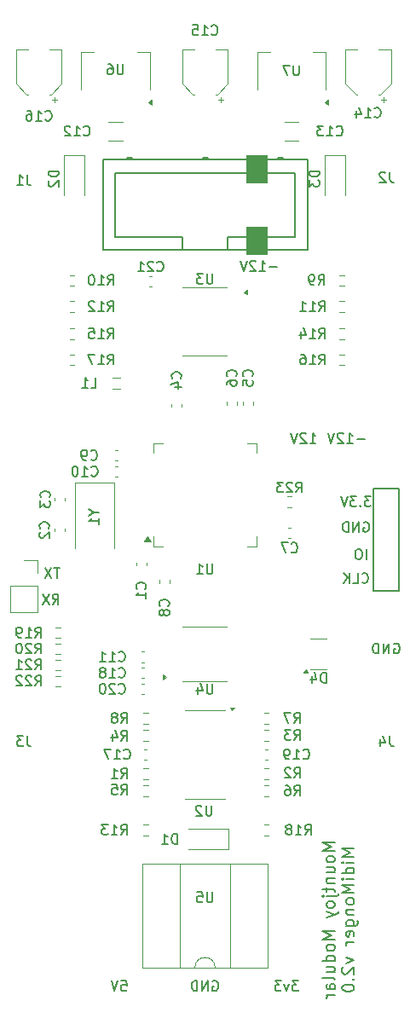
<source format=gbr>
G04 #@! TF.GenerationSoftware,KiCad,Pcbnew,8.0.4*
G04 #@! TF.CreationDate,2024-08-08T18:06:32+01:00*
G04 #@! TF.ProjectId,MidiMonger_components,4d696469-4d6f-46e6-9765-725f636f6d70,rev?*
G04 #@! TF.SameCoordinates,Original*
G04 #@! TF.FileFunction,Legend,Bot*
G04 #@! TF.FilePolarity,Positive*
%FSLAX46Y46*%
G04 Gerber Fmt 4.6, Leading zero omitted, Abs format (unit mm)*
G04 Created by KiCad (PCBNEW 8.0.4) date 2024-08-08 18:06:32*
%MOMM*%
%LPD*%
G01*
G04 APERTURE LIST*
%ADD10C,0.150000*%
%ADD11C,0.200000*%
%ADD12C,0.120000*%
%ADD13C,0.100000*%
G04 APERTURE END LIST*
D10*
X138333333Y-121154819D02*
X138333333Y-121869104D01*
X138333333Y-121869104D02*
X138380952Y-122011961D01*
X138380952Y-122011961D02*
X138476190Y-122107200D01*
X138476190Y-122107200D02*
X138619047Y-122154819D01*
X138619047Y-122154819D02*
X138714285Y-122154819D01*
X137428571Y-121488152D02*
X137428571Y-122154819D01*
X137666666Y-121107200D02*
X137904761Y-121821485D01*
X137904761Y-121821485D02*
X137285714Y-121821485D01*
X104866666Y-108054819D02*
X105199999Y-107578628D01*
X105438094Y-108054819D02*
X105438094Y-107054819D01*
X105438094Y-107054819D02*
X105057142Y-107054819D01*
X105057142Y-107054819D02*
X104961904Y-107102438D01*
X104961904Y-107102438D02*
X104914285Y-107150057D01*
X104914285Y-107150057D02*
X104866666Y-107245295D01*
X104866666Y-107245295D02*
X104866666Y-107388152D01*
X104866666Y-107388152D02*
X104914285Y-107483390D01*
X104914285Y-107483390D02*
X104961904Y-107531009D01*
X104961904Y-107531009D02*
X105057142Y-107578628D01*
X105057142Y-107578628D02*
X105438094Y-107578628D01*
X104533332Y-107054819D02*
X103866666Y-108054819D01*
X103866666Y-107054819D02*
X104533332Y-108054819D01*
X102333333Y-65454819D02*
X102333333Y-66169104D01*
X102333333Y-66169104D02*
X102380952Y-66311961D01*
X102380952Y-66311961D02*
X102476190Y-66407200D01*
X102476190Y-66407200D02*
X102619047Y-66454819D01*
X102619047Y-66454819D02*
X102714285Y-66454819D01*
X101333333Y-66454819D02*
X101904761Y-66454819D01*
X101619047Y-66454819D02*
X101619047Y-65454819D01*
X101619047Y-65454819D02*
X101714285Y-65597676D01*
X101714285Y-65597676D02*
X101809523Y-65692914D01*
X101809523Y-65692914D02*
X101904761Y-65740533D01*
X102333333Y-121154819D02*
X102333333Y-121869104D01*
X102333333Y-121869104D02*
X102380952Y-122011961D01*
X102380952Y-122011961D02*
X102476190Y-122107200D01*
X102476190Y-122107200D02*
X102619047Y-122154819D01*
X102619047Y-122154819D02*
X102714285Y-122154819D01*
X101952380Y-121154819D02*
X101333333Y-121154819D01*
X101333333Y-121154819D02*
X101666666Y-121535771D01*
X101666666Y-121535771D02*
X101523809Y-121535771D01*
X101523809Y-121535771D02*
X101428571Y-121583390D01*
X101428571Y-121583390D02*
X101380952Y-121631009D01*
X101380952Y-121631009D02*
X101333333Y-121726247D01*
X101333333Y-121726247D02*
X101333333Y-121964342D01*
X101333333Y-121964342D02*
X101380952Y-122059580D01*
X101380952Y-122059580D02*
X101428571Y-122107200D01*
X101428571Y-122107200D02*
X101523809Y-122154819D01*
X101523809Y-122154819D02*
X101809523Y-122154819D01*
X101809523Y-122154819D02*
X101904761Y-122107200D01*
X101904761Y-122107200D02*
X101952380Y-122059580D01*
X138333333Y-65154819D02*
X138333333Y-65869104D01*
X138333333Y-65869104D02*
X138380952Y-66011961D01*
X138380952Y-66011961D02*
X138476190Y-66107200D01*
X138476190Y-66107200D02*
X138619047Y-66154819D01*
X138619047Y-66154819D02*
X138714285Y-66154819D01*
X137904761Y-65250057D02*
X137857142Y-65202438D01*
X137857142Y-65202438D02*
X137761904Y-65154819D01*
X137761904Y-65154819D02*
X137523809Y-65154819D01*
X137523809Y-65154819D02*
X137428571Y-65202438D01*
X137428571Y-65202438D02*
X137380952Y-65250057D01*
X137380952Y-65250057D02*
X137333333Y-65345295D01*
X137333333Y-65345295D02*
X137333333Y-65440533D01*
X137333333Y-65440533D02*
X137380952Y-65583390D01*
X137380952Y-65583390D02*
X137952380Y-66154819D01*
X137952380Y-66154819D02*
X137333333Y-66154819D01*
X105561904Y-104454819D02*
X104990476Y-104454819D01*
X105276190Y-105454819D02*
X105276190Y-104454819D01*
X104752380Y-104454819D02*
X104085714Y-105454819D01*
X104085714Y-104454819D02*
X104752380Y-105454819D01*
D11*
X132878776Y-131742858D02*
X131678776Y-131742858D01*
X131678776Y-131742858D02*
X132535919Y-132142858D01*
X132535919Y-132142858D02*
X131678776Y-132542858D01*
X131678776Y-132542858D02*
X132878776Y-132542858D01*
X132878776Y-133285715D02*
X132821634Y-133171430D01*
X132821634Y-133171430D02*
X132764491Y-133114287D01*
X132764491Y-133114287D02*
X132650205Y-133057144D01*
X132650205Y-133057144D02*
X132307348Y-133057144D01*
X132307348Y-133057144D02*
X132193062Y-133114287D01*
X132193062Y-133114287D02*
X132135919Y-133171430D01*
X132135919Y-133171430D02*
X132078776Y-133285715D01*
X132078776Y-133285715D02*
X132078776Y-133457144D01*
X132078776Y-133457144D02*
X132135919Y-133571430D01*
X132135919Y-133571430D02*
X132193062Y-133628573D01*
X132193062Y-133628573D02*
X132307348Y-133685715D01*
X132307348Y-133685715D02*
X132650205Y-133685715D01*
X132650205Y-133685715D02*
X132764491Y-133628573D01*
X132764491Y-133628573D02*
X132821634Y-133571430D01*
X132821634Y-133571430D02*
X132878776Y-133457144D01*
X132878776Y-133457144D02*
X132878776Y-133285715D01*
X132078776Y-134714287D02*
X132878776Y-134714287D01*
X132078776Y-134200001D02*
X132707348Y-134200001D01*
X132707348Y-134200001D02*
X132821634Y-134257144D01*
X132821634Y-134257144D02*
X132878776Y-134371429D01*
X132878776Y-134371429D02*
X132878776Y-134542858D01*
X132878776Y-134542858D02*
X132821634Y-134657144D01*
X132821634Y-134657144D02*
X132764491Y-134714287D01*
X132078776Y-135285715D02*
X132878776Y-135285715D01*
X132193062Y-135285715D02*
X132135919Y-135342858D01*
X132135919Y-135342858D02*
X132078776Y-135457143D01*
X132078776Y-135457143D02*
X132078776Y-135628572D01*
X132078776Y-135628572D02*
X132135919Y-135742858D01*
X132135919Y-135742858D02*
X132250205Y-135800001D01*
X132250205Y-135800001D02*
X132878776Y-135800001D01*
X132078776Y-136200000D02*
X132078776Y-136657143D01*
X131678776Y-136371429D02*
X132707348Y-136371429D01*
X132707348Y-136371429D02*
X132821634Y-136428572D01*
X132821634Y-136428572D02*
X132878776Y-136542857D01*
X132878776Y-136542857D02*
X132878776Y-136657143D01*
X132078776Y-137057143D02*
X133107348Y-137057143D01*
X133107348Y-137057143D02*
X133221634Y-137000000D01*
X133221634Y-137000000D02*
X133278776Y-136885714D01*
X133278776Y-136885714D02*
X133278776Y-136828571D01*
X131678776Y-137057143D02*
X131735919Y-137000000D01*
X131735919Y-137000000D02*
X131793062Y-137057143D01*
X131793062Y-137057143D02*
X131735919Y-137114286D01*
X131735919Y-137114286D02*
X131678776Y-137057143D01*
X131678776Y-137057143D02*
X131793062Y-137057143D01*
X132878776Y-137800000D02*
X132821634Y-137685715D01*
X132821634Y-137685715D02*
X132764491Y-137628572D01*
X132764491Y-137628572D02*
X132650205Y-137571429D01*
X132650205Y-137571429D02*
X132307348Y-137571429D01*
X132307348Y-137571429D02*
X132193062Y-137628572D01*
X132193062Y-137628572D02*
X132135919Y-137685715D01*
X132135919Y-137685715D02*
X132078776Y-137800000D01*
X132078776Y-137800000D02*
X132078776Y-137971429D01*
X132078776Y-137971429D02*
X132135919Y-138085715D01*
X132135919Y-138085715D02*
X132193062Y-138142858D01*
X132193062Y-138142858D02*
X132307348Y-138200000D01*
X132307348Y-138200000D02*
X132650205Y-138200000D01*
X132650205Y-138200000D02*
X132764491Y-138142858D01*
X132764491Y-138142858D02*
X132821634Y-138085715D01*
X132821634Y-138085715D02*
X132878776Y-137971429D01*
X132878776Y-137971429D02*
X132878776Y-137800000D01*
X132078776Y-138600000D02*
X132878776Y-138885714D01*
X132078776Y-139171429D02*
X132878776Y-138885714D01*
X132878776Y-138885714D02*
X133164491Y-138771429D01*
X133164491Y-138771429D02*
X133221634Y-138714286D01*
X133221634Y-138714286D02*
X133278776Y-138600000D01*
X132878776Y-140542858D02*
X131678776Y-140542858D01*
X131678776Y-140542858D02*
X132535919Y-140942858D01*
X132535919Y-140942858D02*
X131678776Y-141342858D01*
X131678776Y-141342858D02*
X132878776Y-141342858D01*
X132878776Y-142085715D02*
X132821634Y-141971430D01*
X132821634Y-141971430D02*
X132764491Y-141914287D01*
X132764491Y-141914287D02*
X132650205Y-141857144D01*
X132650205Y-141857144D02*
X132307348Y-141857144D01*
X132307348Y-141857144D02*
X132193062Y-141914287D01*
X132193062Y-141914287D02*
X132135919Y-141971430D01*
X132135919Y-141971430D02*
X132078776Y-142085715D01*
X132078776Y-142085715D02*
X132078776Y-142257144D01*
X132078776Y-142257144D02*
X132135919Y-142371430D01*
X132135919Y-142371430D02*
X132193062Y-142428573D01*
X132193062Y-142428573D02*
X132307348Y-142485715D01*
X132307348Y-142485715D02*
X132650205Y-142485715D01*
X132650205Y-142485715D02*
X132764491Y-142428573D01*
X132764491Y-142428573D02*
X132821634Y-142371430D01*
X132821634Y-142371430D02*
X132878776Y-142257144D01*
X132878776Y-142257144D02*
X132878776Y-142085715D01*
X132878776Y-143514287D02*
X131678776Y-143514287D01*
X132821634Y-143514287D02*
X132878776Y-143400001D01*
X132878776Y-143400001D02*
X132878776Y-143171429D01*
X132878776Y-143171429D02*
X132821634Y-143057144D01*
X132821634Y-143057144D02*
X132764491Y-143000001D01*
X132764491Y-143000001D02*
X132650205Y-142942858D01*
X132650205Y-142942858D02*
X132307348Y-142942858D01*
X132307348Y-142942858D02*
X132193062Y-143000001D01*
X132193062Y-143000001D02*
X132135919Y-143057144D01*
X132135919Y-143057144D02*
X132078776Y-143171429D01*
X132078776Y-143171429D02*
X132078776Y-143400001D01*
X132078776Y-143400001D02*
X132135919Y-143514287D01*
X132078776Y-144600001D02*
X132878776Y-144600001D01*
X132078776Y-144085715D02*
X132707348Y-144085715D01*
X132707348Y-144085715D02*
X132821634Y-144142858D01*
X132821634Y-144142858D02*
X132878776Y-144257143D01*
X132878776Y-144257143D02*
X132878776Y-144428572D01*
X132878776Y-144428572D02*
X132821634Y-144542858D01*
X132821634Y-144542858D02*
X132764491Y-144600001D01*
X132878776Y-145342857D02*
X132821634Y-145228572D01*
X132821634Y-145228572D02*
X132707348Y-145171429D01*
X132707348Y-145171429D02*
X131678776Y-145171429D01*
X132878776Y-146314286D02*
X132250205Y-146314286D01*
X132250205Y-146314286D02*
X132135919Y-146257143D01*
X132135919Y-146257143D02*
X132078776Y-146142857D01*
X132078776Y-146142857D02*
X132078776Y-145914286D01*
X132078776Y-145914286D02*
X132135919Y-145800000D01*
X132821634Y-146314286D02*
X132878776Y-146200000D01*
X132878776Y-146200000D02*
X132878776Y-145914286D01*
X132878776Y-145914286D02*
X132821634Y-145800000D01*
X132821634Y-145800000D02*
X132707348Y-145742857D01*
X132707348Y-145742857D02*
X132593062Y-145742857D01*
X132593062Y-145742857D02*
X132478776Y-145800000D01*
X132478776Y-145800000D02*
X132421634Y-145914286D01*
X132421634Y-145914286D02*
X132421634Y-146200000D01*
X132421634Y-146200000D02*
X132364491Y-146314286D01*
X132878776Y-146885714D02*
X132078776Y-146885714D01*
X132307348Y-146885714D02*
X132193062Y-146942857D01*
X132193062Y-146942857D02*
X132135919Y-147000000D01*
X132135919Y-147000000D02*
X132078776Y-147114285D01*
X132078776Y-147114285D02*
X132078776Y-147228571D01*
X134810709Y-132342857D02*
X133610709Y-132342857D01*
X133610709Y-132342857D02*
X134467852Y-132742857D01*
X134467852Y-132742857D02*
X133610709Y-133142857D01*
X133610709Y-133142857D02*
X134810709Y-133142857D01*
X134810709Y-133714286D02*
X134010709Y-133714286D01*
X133610709Y-133714286D02*
X133667852Y-133657143D01*
X133667852Y-133657143D02*
X133724995Y-133714286D01*
X133724995Y-133714286D02*
X133667852Y-133771429D01*
X133667852Y-133771429D02*
X133610709Y-133714286D01*
X133610709Y-133714286D02*
X133724995Y-133714286D01*
X134810709Y-134800001D02*
X133610709Y-134800001D01*
X134753567Y-134800001D02*
X134810709Y-134685715D01*
X134810709Y-134685715D02*
X134810709Y-134457143D01*
X134810709Y-134457143D02*
X134753567Y-134342858D01*
X134753567Y-134342858D02*
X134696424Y-134285715D01*
X134696424Y-134285715D02*
X134582138Y-134228572D01*
X134582138Y-134228572D02*
X134239281Y-134228572D01*
X134239281Y-134228572D02*
X134124995Y-134285715D01*
X134124995Y-134285715D02*
X134067852Y-134342858D01*
X134067852Y-134342858D02*
X134010709Y-134457143D01*
X134010709Y-134457143D02*
X134010709Y-134685715D01*
X134010709Y-134685715D02*
X134067852Y-134800001D01*
X134810709Y-135371429D02*
X134010709Y-135371429D01*
X133610709Y-135371429D02*
X133667852Y-135314286D01*
X133667852Y-135314286D02*
X133724995Y-135371429D01*
X133724995Y-135371429D02*
X133667852Y-135428572D01*
X133667852Y-135428572D02*
X133610709Y-135371429D01*
X133610709Y-135371429D02*
X133724995Y-135371429D01*
X134810709Y-135942858D02*
X133610709Y-135942858D01*
X133610709Y-135942858D02*
X134467852Y-136342858D01*
X134467852Y-136342858D02*
X133610709Y-136742858D01*
X133610709Y-136742858D02*
X134810709Y-136742858D01*
X134810709Y-137485715D02*
X134753567Y-137371430D01*
X134753567Y-137371430D02*
X134696424Y-137314287D01*
X134696424Y-137314287D02*
X134582138Y-137257144D01*
X134582138Y-137257144D02*
X134239281Y-137257144D01*
X134239281Y-137257144D02*
X134124995Y-137314287D01*
X134124995Y-137314287D02*
X134067852Y-137371430D01*
X134067852Y-137371430D02*
X134010709Y-137485715D01*
X134010709Y-137485715D02*
X134010709Y-137657144D01*
X134010709Y-137657144D02*
X134067852Y-137771430D01*
X134067852Y-137771430D02*
X134124995Y-137828573D01*
X134124995Y-137828573D02*
X134239281Y-137885715D01*
X134239281Y-137885715D02*
X134582138Y-137885715D01*
X134582138Y-137885715D02*
X134696424Y-137828573D01*
X134696424Y-137828573D02*
X134753567Y-137771430D01*
X134753567Y-137771430D02*
X134810709Y-137657144D01*
X134810709Y-137657144D02*
X134810709Y-137485715D01*
X134010709Y-138400001D02*
X134810709Y-138400001D01*
X134124995Y-138400001D02*
X134067852Y-138457144D01*
X134067852Y-138457144D02*
X134010709Y-138571429D01*
X134010709Y-138571429D02*
X134010709Y-138742858D01*
X134010709Y-138742858D02*
X134067852Y-138857144D01*
X134067852Y-138857144D02*
X134182138Y-138914287D01*
X134182138Y-138914287D02*
X134810709Y-138914287D01*
X134010709Y-140000001D02*
X134982138Y-140000001D01*
X134982138Y-140000001D02*
X135096424Y-139942858D01*
X135096424Y-139942858D02*
X135153567Y-139885715D01*
X135153567Y-139885715D02*
X135210709Y-139771429D01*
X135210709Y-139771429D02*
X135210709Y-139600001D01*
X135210709Y-139600001D02*
X135153567Y-139485715D01*
X134753567Y-140000001D02*
X134810709Y-139885715D01*
X134810709Y-139885715D02*
X134810709Y-139657143D01*
X134810709Y-139657143D02*
X134753567Y-139542858D01*
X134753567Y-139542858D02*
X134696424Y-139485715D01*
X134696424Y-139485715D02*
X134582138Y-139428572D01*
X134582138Y-139428572D02*
X134239281Y-139428572D01*
X134239281Y-139428572D02*
X134124995Y-139485715D01*
X134124995Y-139485715D02*
X134067852Y-139542858D01*
X134067852Y-139542858D02*
X134010709Y-139657143D01*
X134010709Y-139657143D02*
X134010709Y-139885715D01*
X134010709Y-139885715D02*
X134067852Y-140000001D01*
X134753567Y-141028572D02*
X134810709Y-140914286D01*
X134810709Y-140914286D02*
X134810709Y-140685715D01*
X134810709Y-140685715D02*
X134753567Y-140571429D01*
X134753567Y-140571429D02*
X134639281Y-140514286D01*
X134639281Y-140514286D02*
X134182138Y-140514286D01*
X134182138Y-140514286D02*
X134067852Y-140571429D01*
X134067852Y-140571429D02*
X134010709Y-140685715D01*
X134010709Y-140685715D02*
X134010709Y-140914286D01*
X134010709Y-140914286D02*
X134067852Y-141028572D01*
X134067852Y-141028572D02*
X134182138Y-141085715D01*
X134182138Y-141085715D02*
X134296424Y-141085715D01*
X134296424Y-141085715D02*
X134410709Y-140514286D01*
X134810709Y-141600000D02*
X134010709Y-141600000D01*
X134239281Y-141600000D02*
X134124995Y-141657143D01*
X134124995Y-141657143D02*
X134067852Y-141714286D01*
X134067852Y-141714286D02*
X134010709Y-141828571D01*
X134010709Y-141828571D02*
X134010709Y-141942857D01*
X134010709Y-143142857D02*
X134810709Y-143428571D01*
X134810709Y-143428571D02*
X134010709Y-143714286D01*
X133724995Y-144114286D02*
X133667852Y-144171429D01*
X133667852Y-144171429D02*
X133610709Y-144285715D01*
X133610709Y-144285715D02*
X133610709Y-144571429D01*
X133610709Y-144571429D02*
X133667852Y-144685715D01*
X133667852Y-144685715D02*
X133724995Y-144742857D01*
X133724995Y-144742857D02*
X133839281Y-144800000D01*
X133839281Y-144800000D02*
X133953567Y-144800000D01*
X133953567Y-144800000D02*
X134124995Y-144742857D01*
X134124995Y-144742857D02*
X134810709Y-144057143D01*
X134810709Y-144057143D02*
X134810709Y-144800000D01*
X134696424Y-145314286D02*
X134753567Y-145371429D01*
X134753567Y-145371429D02*
X134810709Y-145314286D01*
X134810709Y-145314286D02*
X134753567Y-145257143D01*
X134753567Y-145257143D02*
X134696424Y-145314286D01*
X134696424Y-145314286D02*
X134810709Y-145314286D01*
X133610709Y-146114286D02*
X133610709Y-146228572D01*
X133610709Y-146228572D02*
X133667852Y-146342858D01*
X133667852Y-146342858D02*
X133724995Y-146400001D01*
X133724995Y-146400001D02*
X133839281Y-146457143D01*
X133839281Y-146457143D02*
X134067852Y-146514286D01*
X134067852Y-146514286D02*
X134353567Y-146514286D01*
X134353567Y-146514286D02*
X134582138Y-146457143D01*
X134582138Y-146457143D02*
X134696424Y-146400001D01*
X134696424Y-146400001D02*
X134753567Y-146342858D01*
X134753567Y-146342858D02*
X134810709Y-146228572D01*
X134810709Y-146228572D02*
X134810709Y-146114286D01*
X134810709Y-146114286D02*
X134753567Y-146000001D01*
X134753567Y-146000001D02*
X134696424Y-145942858D01*
X134696424Y-145942858D02*
X134582138Y-145885715D01*
X134582138Y-145885715D02*
X134353567Y-145828572D01*
X134353567Y-145828572D02*
X134067852Y-145828572D01*
X134067852Y-145828572D02*
X133839281Y-145885715D01*
X133839281Y-145885715D02*
X133724995Y-145942858D01*
X133724995Y-145942858D02*
X133667852Y-146000001D01*
X133667852Y-146000001D02*
X133610709Y-146114286D01*
D10*
X115242857Y-74929580D02*
X115290476Y-74977200D01*
X115290476Y-74977200D02*
X115433333Y-75024819D01*
X115433333Y-75024819D02*
X115528571Y-75024819D01*
X115528571Y-75024819D02*
X115671428Y-74977200D01*
X115671428Y-74977200D02*
X115766666Y-74881961D01*
X115766666Y-74881961D02*
X115814285Y-74786723D01*
X115814285Y-74786723D02*
X115861904Y-74596247D01*
X115861904Y-74596247D02*
X115861904Y-74453390D01*
X115861904Y-74453390D02*
X115814285Y-74262914D01*
X115814285Y-74262914D02*
X115766666Y-74167676D01*
X115766666Y-74167676D02*
X115671428Y-74072438D01*
X115671428Y-74072438D02*
X115528571Y-74024819D01*
X115528571Y-74024819D02*
X115433333Y-74024819D01*
X115433333Y-74024819D02*
X115290476Y-74072438D01*
X115290476Y-74072438D02*
X115242857Y-74120057D01*
X114861904Y-74120057D02*
X114814285Y-74072438D01*
X114814285Y-74072438D02*
X114719047Y-74024819D01*
X114719047Y-74024819D02*
X114480952Y-74024819D01*
X114480952Y-74024819D02*
X114385714Y-74072438D01*
X114385714Y-74072438D02*
X114338095Y-74120057D01*
X114338095Y-74120057D02*
X114290476Y-74215295D01*
X114290476Y-74215295D02*
X114290476Y-74310533D01*
X114290476Y-74310533D02*
X114338095Y-74453390D01*
X114338095Y-74453390D02*
X114909523Y-75024819D01*
X114909523Y-75024819D02*
X114290476Y-75024819D01*
X113338095Y-75024819D02*
X113909523Y-75024819D01*
X113623809Y-75024819D02*
X113623809Y-74024819D01*
X113623809Y-74024819D02*
X113719047Y-74167676D01*
X113719047Y-74167676D02*
X113814285Y-74262914D01*
X113814285Y-74262914D02*
X113909523Y-74310533D01*
X111442857Y-116859580D02*
X111490476Y-116907200D01*
X111490476Y-116907200D02*
X111633333Y-116954819D01*
X111633333Y-116954819D02*
X111728571Y-116954819D01*
X111728571Y-116954819D02*
X111871428Y-116907200D01*
X111871428Y-116907200D02*
X111966666Y-116811961D01*
X111966666Y-116811961D02*
X112014285Y-116716723D01*
X112014285Y-116716723D02*
X112061904Y-116526247D01*
X112061904Y-116526247D02*
X112061904Y-116383390D01*
X112061904Y-116383390D02*
X112014285Y-116192914D01*
X112014285Y-116192914D02*
X111966666Y-116097676D01*
X111966666Y-116097676D02*
X111871428Y-116002438D01*
X111871428Y-116002438D02*
X111728571Y-115954819D01*
X111728571Y-115954819D02*
X111633333Y-115954819D01*
X111633333Y-115954819D02*
X111490476Y-116002438D01*
X111490476Y-116002438D02*
X111442857Y-116050057D01*
X111061904Y-116050057D02*
X111014285Y-116002438D01*
X111014285Y-116002438D02*
X110919047Y-115954819D01*
X110919047Y-115954819D02*
X110680952Y-115954819D01*
X110680952Y-115954819D02*
X110585714Y-116002438D01*
X110585714Y-116002438D02*
X110538095Y-116050057D01*
X110538095Y-116050057D02*
X110490476Y-116145295D01*
X110490476Y-116145295D02*
X110490476Y-116240533D01*
X110490476Y-116240533D02*
X110538095Y-116383390D01*
X110538095Y-116383390D02*
X111109523Y-116954819D01*
X111109523Y-116954819D02*
X110490476Y-116954819D01*
X109871428Y-115954819D02*
X109776190Y-115954819D01*
X109776190Y-115954819D02*
X109680952Y-116002438D01*
X109680952Y-116002438D02*
X109633333Y-116050057D01*
X109633333Y-116050057D02*
X109585714Y-116145295D01*
X109585714Y-116145295D02*
X109538095Y-116335771D01*
X109538095Y-116335771D02*
X109538095Y-116573866D01*
X109538095Y-116573866D02*
X109585714Y-116764342D01*
X109585714Y-116764342D02*
X109633333Y-116859580D01*
X109633333Y-116859580D02*
X109680952Y-116907200D01*
X109680952Y-116907200D02*
X109776190Y-116954819D01*
X109776190Y-116954819D02*
X109871428Y-116954819D01*
X109871428Y-116954819D02*
X109966666Y-116907200D01*
X109966666Y-116907200D02*
X110014285Y-116859580D01*
X110014285Y-116859580D02*
X110061904Y-116764342D01*
X110061904Y-116764342D02*
X110109523Y-116573866D01*
X110109523Y-116573866D02*
X110109523Y-116335771D01*
X110109523Y-116335771D02*
X110061904Y-116145295D01*
X110061904Y-116145295D02*
X110014285Y-116050057D01*
X110014285Y-116050057D02*
X109966666Y-116002438D01*
X109966666Y-116002438D02*
X109871428Y-115954819D01*
X111442857Y-115259580D02*
X111490476Y-115307200D01*
X111490476Y-115307200D02*
X111633333Y-115354819D01*
X111633333Y-115354819D02*
X111728571Y-115354819D01*
X111728571Y-115354819D02*
X111871428Y-115307200D01*
X111871428Y-115307200D02*
X111966666Y-115211961D01*
X111966666Y-115211961D02*
X112014285Y-115116723D01*
X112014285Y-115116723D02*
X112061904Y-114926247D01*
X112061904Y-114926247D02*
X112061904Y-114783390D01*
X112061904Y-114783390D02*
X112014285Y-114592914D01*
X112014285Y-114592914D02*
X111966666Y-114497676D01*
X111966666Y-114497676D02*
X111871428Y-114402438D01*
X111871428Y-114402438D02*
X111728571Y-114354819D01*
X111728571Y-114354819D02*
X111633333Y-114354819D01*
X111633333Y-114354819D02*
X111490476Y-114402438D01*
X111490476Y-114402438D02*
X111442857Y-114450057D01*
X110490476Y-115354819D02*
X111061904Y-115354819D01*
X110776190Y-115354819D02*
X110776190Y-114354819D01*
X110776190Y-114354819D02*
X110871428Y-114497676D01*
X110871428Y-114497676D02*
X110966666Y-114592914D01*
X110966666Y-114592914D02*
X111061904Y-114640533D01*
X109919047Y-114783390D02*
X110014285Y-114735771D01*
X110014285Y-114735771D02*
X110061904Y-114688152D01*
X110061904Y-114688152D02*
X110109523Y-114592914D01*
X110109523Y-114592914D02*
X110109523Y-114545295D01*
X110109523Y-114545295D02*
X110061904Y-114450057D01*
X110061904Y-114450057D02*
X110014285Y-114402438D01*
X110014285Y-114402438D02*
X109919047Y-114354819D01*
X109919047Y-114354819D02*
X109728571Y-114354819D01*
X109728571Y-114354819D02*
X109633333Y-114402438D01*
X109633333Y-114402438D02*
X109585714Y-114450057D01*
X109585714Y-114450057D02*
X109538095Y-114545295D01*
X109538095Y-114545295D02*
X109538095Y-114592914D01*
X109538095Y-114592914D02*
X109585714Y-114688152D01*
X109585714Y-114688152D02*
X109633333Y-114735771D01*
X109633333Y-114735771D02*
X109728571Y-114783390D01*
X109728571Y-114783390D02*
X109919047Y-114783390D01*
X109919047Y-114783390D02*
X110014285Y-114831009D01*
X110014285Y-114831009D02*
X110061904Y-114878628D01*
X110061904Y-114878628D02*
X110109523Y-114973866D01*
X110109523Y-114973866D02*
X110109523Y-115164342D01*
X110109523Y-115164342D02*
X110061904Y-115259580D01*
X110061904Y-115259580D02*
X110014285Y-115307200D01*
X110014285Y-115307200D02*
X109919047Y-115354819D01*
X109919047Y-115354819D02*
X109728571Y-115354819D01*
X109728571Y-115354819D02*
X109633333Y-115307200D01*
X109633333Y-115307200D02*
X109585714Y-115259580D01*
X109585714Y-115259580D02*
X109538095Y-115164342D01*
X109538095Y-115164342D02*
X109538095Y-114973866D01*
X109538095Y-114973866D02*
X109585714Y-114878628D01*
X109585714Y-114878628D02*
X109633333Y-114831009D01*
X109633333Y-114831009D02*
X109728571Y-114783390D01*
X117238094Y-131854819D02*
X117238094Y-130854819D01*
X117238094Y-130854819D02*
X116999999Y-130854819D01*
X116999999Y-130854819D02*
X116857142Y-130902438D01*
X116857142Y-130902438D02*
X116761904Y-130997676D01*
X116761904Y-130997676D02*
X116714285Y-131092914D01*
X116714285Y-131092914D02*
X116666666Y-131283390D01*
X116666666Y-131283390D02*
X116666666Y-131426247D01*
X116666666Y-131426247D02*
X116714285Y-131616723D01*
X116714285Y-131616723D02*
X116761904Y-131711961D01*
X116761904Y-131711961D02*
X116857142Y-131807200D01*
X116857142Y-131807200D02*
X116999999Y-131854819D01*
X116999999Y-131854819D02*
X117238094Y-131854819D01*
X115714285Y-131854819D02*
X116285713Y-131854819D01*
X115999999Y-131854819D02*
X115999999Y-130854819D01*
X115999999Y-130854819D02*
X116095237Y-130997676D01*
X116095237Y-130997676D02*
X116190475Y-131092914D01*
X116190475Y-131092914D02*
X116285713Y-131140533D01*
X104142857Y-59959580D02*
X104190476Y-60007200D01*
X104190476Y-60007200D02*
X104333333Y-60054819D01*
X104333333Y-60054819D02*
X104428571Y-60054819D01*
X104428571Y-60054819D02*
X104571428Y-60007200D01*
X104571428Y-60007200D02*
X104666666Y-59911961D01*
X104666666Y-59911961D02*
X104714285Y-59816723D01*
X104714285Y-59816723D02*
X104761904Y-59626247D01*
X104761904Y-59626247D02*
X104761904Y-59483390D01*
X104761904Y-59483390D02*
X104714285Y-59292914D01*
X104714285Y-59292914D02*
X104666666Y-59197676D01*
X104666666Y-59197676D02*
X104571428Y-59102438D01*
X104571428Y-59102438D02*
X104428571Y-59054819D01*
X104428571Y-59054819D02*
X104333333Y-59054819D01*
X104333333Y-59054819D02*
X104190476Y-59102438D01*
X104190476Y-59102438D02*
X104142857Y-59150057D01*
X103190476Y-60054819D02*
X103761904Y-60054819D01*
X103476190Y-60054819D02*
X103476190Y-59054819D01*
X103476190Y-59054819D02*
X103571428Y-59197676D01*
X103571428Y-59197676D02*
X103666666Y-59292914D01*
X103666666Y-59292914D02*
X103761904Y-59340533D01*
X102333333Y-59054819D02*
X102523809Y-59054819D01*
X102523809Y-59054819D02*
X102619047Y-59102438D01*
X102619047Y-59102438D02*
X102666666Y-59150057D01*
X102666666Y-59150057D02*
X102761904Y-59292914D01*
X102761904Y-59292914D02*
X102809523Y-59483390D01*
X102809523Y-59483390D02*
X102809523Y-59864342D01*
X102809523Y-59864342D02*
X102761904Y-59959580D01*
X102761904Y-59959580D02*
X102714285Y-60007200D01*
X102714285Y-60007200D02*
X102619047Y-60054819D01*
X102619047Y-60054819D02*
X102428571Y-60054819D01*
X102428571Y-60054819D02*
X102333333Y-60007200D01*
X102333333Y-60007200D02*
X102285714Y-59959580D01*
X102285714Y-59959580D02*
X102238095Y-59864342D01*
X102238095Y-59864342D02*
X102238095Y-59626247D01*
X102238095Y-59626247D02*
X102285714Y-59531009D01*
X102285714Y-59531009D02*
X102333333Y-59483390D01*
X102333333Y-59483390D02*
X102428571Y-59435771D01*
X102428571Y-59435771D02*
X102619047Y-59435771D01*
X102619047Y-59435771D02*
X102714285Y-59483390D01*
X102714285Y-59483390D02*
X102761904Y-59531009D01*
X102761904Y-59531009D02*
X102809523Y-59626247D01*
X111442857Y-113659580D02*
X111490476Y-113707200D01*
X111490476Y-113707200D02*
X111633333Y-113754819D01*
X111633333Y-113754819D02*
X111728571Y-113754819D01*
X111728571Y-113754819D02*
X111871428Y-113707200D01*
X111871428Y-113707200D02*
X111966666Y-113611961D01*
X111966666Y-113611961D02*
X112014285Y-113516723D01*
X112014285Y-113516723D02*
X112061904Y-113326247D01*
X112061904Y-113326247D02*
X112061904Y-113183390D01*
X112061904Y-113183390D02*
X112014285Y-112992914D01*
X112014285Y-112992914D02*
X111966666Y-112897676D01*
X111966666Y-112897676D02*
X111871428Y-112802438D01*
X111871428Y-112802438D02*
X111728571Y-112754819D01*
X111728571Y-112754819D02*
X111633333Y-112754819D01*
X111633333Y-112754819D02*
X111490476Y-112802438D01*
X111490476Y-112802438D02*
X111442857Y-112850057D01*
X110490476Y-113754819D02*
X111061904Y-113754819D01*
X110776190Y-113754819D02*
X110776190Y-112754819D01*
X110776190Y-112754819D02*
X110871428Y-112897676D01*
X110871428Y-112897676D02*
X110966666Y-112992914D01*
X110966666Y-112992914D02*
X111061904Y-113040533D01*
X109538095Y-113754819D02*
X110109523Y-113754819D01*
X109823809Y-113754819D02*
X109823809Y-112754819D01*
X109823809Y-112754819D02*
X109919047Y-112897676D01*
X109919047Y-112897676D02*
X110014285Y-112992914D01*
X110014285Y-112992914D02*
X110109523Y-113040533D01*
X135761904Y-99932438D02*
X135857142Y-99884819D01*
X135857142Y-99884819D02*
X135999999Y-99884819D01*
X135999999Y-99884819D02*
X136142856Y-99932438D01*
X136142856Y-99932438D02*
X136238094Y-100027676D01*
X136238094Y-100027676D02*
X136285713Y-100122914D01*
X136285713Y-100122914D02*
X136333332Y-100313390D01*
X136333332Y-100313390D02*
X136333332Y-100456247D01*
X136333332Y-100456247D02*
X136285713Y-100646723D01*
X136285713Y-100646723D02*
X136238094Y-100741961D01*
X136238094Y-100741961D02*
X136142856Y-100837200D01*
X136142856Y-100837200D02*
X135999999Y-100884819D01*
X135999999Y-100884819D02*
X135904761Y-100884819D01*
X135904761Y-100884819D02*
X135761904Y-100837200D01*
X135761904Y-100837200D02*
X135714285Y-100789580D01*
X135714285Y-100789580D02*
X135714285Y-100456247D01*
X135714285Y-100456247D02*
X135904761Y-100456247D01*
X135285713Y-100884819D02*
X135285713Y-99884819D01*
X135285713Y-99884819D02*
X134714285Y-100884819D01*
X134714285Y-100884819D02*
X134714285Y-99884819D01*
X134238094Y-100884819D02*
X134238094Y-99884819D01*
X134238094Y-99884819D02*
X133999999Y-99884819D01*
X133999999Y-99884819D02*
X133857142Y-99932438D01*
X133857142Y-99932438D02*
X133761904Y-100027676D01*
X133761904Y-100027676D02*
X133714285Y-100122914D01*
X133714285Y-100122914D02*
X133666666Y-100313390D01*
X133666666Y-100313390D02*
X133666666Y-100456247D01*
X133666666Y-100456247D02*
X133714285Y-100646723D01*
X133714285Y-100646723D02*
X133761904Y-100741961D01*
X133761904Y-100741961D02*
X133857142Y-100837200D01*
X133857142Y-100837200D02*
X133999999Y-100884819D01*
X133999999Y-100884819D02*
X134238094Y-100884819D01*
X135595238Y-105869580D02*
X135642857Y-105917200D01*
X135642857Y-105917200D02*
X135785714Y-105964819D01*
X135785714Y-105964819D02*
X135880952Y-105964819D01*
X135880952Y-105964819D02*
X136023809Y-105917200D01*
X136023809Y-105917200D02*
X136119047Y-105821961D01*
X136119047Y-105821961D02*
X136166666Y-105726723D01*
X136166666Y-105726723D02*
X136214285Y-105536247D01*
X136214285Y-105536247D02*
X136214285Y-105393390D01*
X136214285Y-105393390D02*
X136166666Y-105202914D01*
X136166666Y-105202914D02*
X136119047Y-105107676D01*
X136119047Y-105107676D02*
X136023809Y-105012438D01*
X136023809Y-105012438D02*
X135880952Y-104964819D01*
X135880952Y-104964819D02*
X135785714Y-104964819D01*
X135785714Y-104964819D02*
X135642857Y-105012438D01*
X135642857Y-105012438D02*
X135595238Y-105060057D01*
X134690476Y-105964819D02*
X135166666Y-105964819D01*
X135166666Y-105964819D02*
X135166666Y-104964819D01*
X134357142Y-105964819D02*
X134357142Y-104964819D01*
X133785714Y-105964819D02*
X134214285Y-105393390D01*
X133785714Y-104964819D02*
X134357142Y-105536247D01*
X136476189Y-97344819D02*
X135857142Y-97344819D01*
X135857142Y-97344819D02*
X136190475Y-97725771D01*
X136190475Y-97725771D02*
X136047618Y-97725771D01*
X136047618Y-97725771D02*
X135952380Y-97773390D01*
X135952380Y-97773390D02*
X135904761Y-97821009D01*
X135904761Y-97821009D02*
X135857142Y-97916247D01*
X135857142Y-97916247D02*
X135857142Y-98154342D01*
X135857142Y-98154342D02*
X135904761Y-98249580D01*
X135904761Y-98249580D02*
X135952380Y-98297200D01*
X135952380Y-98297200D02*
X136047618Y-98344819D01*
X136047618Y-98344819D02*
X136333332Y-98344819D01*
X136333332Y-98344819D02*
X136428570Y-98297200D01*
X136428570Y-98297200D02*
X136476189Y-98249580D01*
X135428570Y-98249580D02*
X135380951Y-98297200D01*
X135380951Y-98297200D02*
X135428570Y-98344819D01*
X135428570Y-98344819D02*
X135476189Y-98297200D01*
X135476189Y-98297200D02*
X135428570Y-98249580D01*
X135428570Y-98249580D02*
X135428570Y-98344819D01*
X135047618Y-97344819D02*
X134428571Y-97344819D01*
X134428571Y-97344819D02*
X134761904Y-97725771D01*
X134761904Y-97725771D02*
X134619047Y-97725771D01*
X134619047Y-97725771D02*
X134523809Y-97773390D01*
X134523809Y-97773390D02*
X134476190Y-97821009D01*
X134476190Y-97821009D02*
X134428571Y-97916247D01*
X134428571Y-97916247D02*
X134428571Y-98154342D01*
X134428571Y-98154342D02*
X134476190Y-98249580D01*
X134476190Y-98249580D02*
X134523809Y-98297200D01*
X134523809Y-98297200D02*
X134619047Y-98344819D01*
X134619047Y-98344819D02*
X134904761Y-98344819D01*
X134904761Y-98344819D02*
X134999999Y-98297200D01*
X134999999Y-98297200D02*
X135047618Y-98249580D01*
X134142856Y-97344819D02*
X133809523Y-98344819D01*
X133809523Y-98344819D02*
X133476190Y-97344819D01*
X136023808Y-103594819D02*
X136023808Y-102594819D01*
X135357142Y-102594819D02*
X135166666Y-102594819D01*
X135166666Y-102594819D02*
X135071428Y-102642438D01*
X135071428Y-102642438D02*
X134976190Y-102737676D01*
X134976190Y-102737676D02*
X134928571Y-102928152D01*
X134928571Y-102928152D02*
X134928571Y-103261485D01*
X134928571Y-103261485D02*
X134976190Y-103451961D01*
X134976190Y-103451961D02*
X135071428Y-103547200D01*
X135071428Y-103547200D02*
X135166666Y-103594819D01*
X135166666Y-103594819D02*
X135357142Y-103594819D01*
X135357142Y-103594819D02*
X135452380Y-103547200D01*
X135452380Y-103547200D02*
X135547618Y-103451961D01*
X135547618Y-103451961D02*
X135595237Y-103261485D01*
X135595237Y-103261485D02*
X135595237Y-102928152D01*
X135595237Y-102928152D02*
X135547618Y-102737676D01*
X135547618Y-102737676D02*
X135452380Y-102642438D01*
X135452380Y-102642438D02*
X135357142Y-102594819D01*
X127161904Y-74573866D02*
X126400000Y-74573866D01*
X125400000Y-74954819D02*
X125971428Y-74954819D01*
X125685714Y-74954819D02*
X125685714Y-73954819D01*
X125685714Y-73954819D02*
X125780952Y-74097676D01*
X125780952Y-74097676D02*
X125876190Y-74192914D01*
X125876190Y-74192914D02*
X125971428Y-74240533D01*
X125019047Y-74050057D02*
X124971428Y-74002438D01*
X124971428Y-74002438D02*
X124876190Y-73954819D01*
X124876190Y-73954819D02*
X124638095Y-73954819D01*
X124638095Y-73954819D02*
X124542857Y-74002438D01*
X124542857Y-74002438D02*
X124495238Y-74050057D01*
X124495238Y-74050057D02*
X124447619Y-74145295D01*
X124447619Y-74145295D02*
X124447619Y-74240533D01*
X124447619Y-74240533D02*
X124495238Y-74383390D01*
X124495238Y-74383390D02*
X125066666Y-74954819D01*
X125066666Y-74954819D02*
X124447619Y-74954819D01*
X124161904Y-73954819D02*
X123828571Y-74954819D01*
X123828571Y-74954819D02*
X123495238Y-73954819D01*
X108666666Y-86554819D02*
X109142856Y-86554819D01*
X109142856Y-86554819D02*
X109142856Y-85554819D01*
X107809523Y-86554819D02*
X108380951Y-86554819D01*
X108095237Y-86554819D02*
X108095237Y-85554819D01*
X108095237Y-85554819D02*
X108190475Y-85697676D01*
X108190475Y-85697676D02*
X108285713Y-85792914D01*
X108285713Y-85792914D02*
X108380951Y-85840533D01*
X111642857Y-130954819D02*
X111976190Y-130478628D01*
X112214285Y-130954819D02*
X112214285Y-129954819D01*
X112214285Y-129954819D02*
X111833333Y-129954819D01*
X111833333Y-129954819D02*
X111738095Y-130002438D01*
X111738095Y-130002438D02*
X111690476Y-130050057D01*
X111690476Y-130050057D02*
X111642857Y-130145295D01*
X111642857Y-130145295D02*
X111642857Y-130288152D01*
X111642857Y-130288152D02*
X111690476Y-130383390D01*
X111690476Y-130383390D02*
X111738095Y-130431009D01*
X111738095Y-130431009D02*
X111833333Y-130478628D01*
X111833333Y-130478628D02*
X112214285Y-130478628D01*
X110690476Y-130954819D02*
X111261904Y-130954819D01*
X110976190Y-130954819D02*
X110976190Y-129954819D01*
X110976190Y-129954819D02*
X111071428Y-130097676D01*
X111071428Y-130097676D02*
X111166666Y-130192914D01*
X111166666Y-130192914D02*
X111261904Y-130240533D01*
X110357142Y-129954819D02*
X109738095Y-129954819D01*
X109738095Y-129954819D02*
X110071428Y-130335771D01*
X110071428Y-130335771D02*
X109928571Y-130335771D01*
X109928571Y-130335771D02*
X109833333Y-130383390D01*
X109833333Y-130383390D02*
X109785714Y-130431009D01*
X109785714Y-130431009D02*
X109738095Y-130526247D01*
X109738095Y-130526247D02*
X109738095Y-130764342D01*
X109738095Y-130764342D02*
X109785714Y-130859580D01*
X109785714Y-130859580D02*
X109833333Y-130907200D01*
X109833333Y-130907200D02*
X109928571Y-130954819D01*
X109928571Y-130954819D02*
X110214285Y-130954819D01*
X110214285Y-130954819D02*
X110309523Y-130907200D01*
X110309523Y-130907200D02*
X110357142Y-130859580D01*
X129942857Y-130954819D02*
X130276190Y-130478628D01*
X130514285Y-130954819D02*
X130514285Y-129954819D01*
X130514285Y-129954819D02*
X130133333Y-129954819D01*
X130133333Y-129954819D02*
X130038095Y-130002438D01*
X130038095Y-130002438D02*
X129990476Y-130050057D01*
X129990476Y-130050057D02*
X129942857Y-130145295D01*
X129942857Y-130145295D02*
X129942857Y-130288152D01*
X129942857Y-130288152D02*
X129990476Y-130383390D01*
X129990476Y-130383390D02*
X130038095Y-130431009D01*
X130038095Y-130431009D02*
X130133333Y-130478628D01*
X130133333Y-130478628D02*
X130514285Y-130478628D01*
X128990476Y-130954819D02*
X129561904Y-130954819D01*
X129276190Y-130954819D02*
X129276190Y-129954819D01*
X129276190Y-129954819D02*
X129371428Y-130097676D01*
X129371428Y-130097676D02*
X129466666Y-130192914D01*
X129466666Y-130192914D02*
X129561904Y-130240533D01*
X128419047Y-130383390D02*
X128514285Y-130335771D01*
X128514285Y-130335771D02*
X128561904Y-130288152D01*
X128561904Y-130288152D02*
X128609523Y-130192914D01*
X128609523Y-130192914D02*
X128609523Y-130145295D01*
X128609523Y-130145295D02*
X128561904Y-130050057D01*
X128561904Y-130050057D02*
X128514285Y-130002438D01*
X128514285Y-130002438D02*
X128419047Y-129954819D01*
X128419047Y-129954819D02*
X128228571Y-129954819D01*
X128228571Y-129954819D02*
X128133333Y-130002438D01*
X128133333Y-130002438D02*
X128085714Y-130050057D01*
X128085714Y-130050057D02*
X128038095Y-130145295D01*
X128038095Y-130145295D02*
X128038095Y-130192914D01*
X128038095Y-130192914D02*
X128085714Y-130288152D01*
X128085714Y-130288152D02*
X128133333Y-130335771D01*
X128133333Y-130335771D02*
X128228571Y-130383390D01*
X128228571Y-130383390D02*
X128419047Y-130383390D01*
X128419047Y-130383390D02*
X128514285Y-130431009D01*
X128514285Y-130431009D02*
X128561904Y-130478628D01*
X128561904Y-130478628D02*
X128609523Y-130573866D01*
X128609523Y-130573866D02*
X128609523Y-130764342D01*
X128609523Y-130764342D02*
X128561904Y-130859580D01*
X128561904Y-130859580D02*
X128514285Y-130907200D01*
X128514285Y-130907200D02*
X128419047Y-130954819D01*
X128419047Y-130954819D02*
X128228571Y-130954819D01*
X128228571Y-130954819D02*
X128133333Y-130907200D01*
X128133333Y-130907200D02*
X128085714Y-130859580D01*
X128085714Y-130859580D02*
X128038095Y-130764342D01*
X128038095Y-130764342D02*
X128038095Y-130573866D01*
X128038095Y-130573866D02*
X128085714Y-130478628D01*
X128085714Y-130478628D02*
X128133333Y-130431009D01*
X128133333Y-130431009D02*
X128228571Y-130383390D01*
X128866666Y-125304819D02*
X129199999Y-124828628D01*
X129438094Y-125304819D02*
X129438094Y-124304819D01*
X129438094Y-124304819D02*
X129057142Y-124304819D01*
X129057142Y-124304819D02*
X128961904Y-124352438D01*
X128961904Y-124352438D02*
X128914285Y-124400057D01*
X128914285Y-124400057D02*
X128866666Y-124495295D01*
X128866666Y-124495295D02*
X128866666Y-124638152D01*
X128866666Y-124638152D02*
X128914285Y-124733390D01*
X128914285Y-124733390D02*
X128961904Y-124781009D01*
X128961904Y-124781009D02*
X129057142Y-124828628D01*
X129057142Y-124828628D02*
X129438094Y-124828628D01*
X128485713Y-124400057D02*
X128438094Y-124352438D01*
X128438094Y-124352438D02*
X128342856Y-124304819D01*
X128342856Y-124304819D02*
X128104761Y-124304819D01*
X128104761Y-124304819D02*
X128009523Y-124352438D01*
X128009523Y-124352438D02*
X127961904Y-124400057D01*
X127961904Y-124400057D02*
X127914285Y-124495295D01*
X127914285Y-124495295D02*
X127914285Y-124590533D01*
X127914285Y-124590533D02*
X127961904Y-124733390D01*
X127961904Y-124733390D02*
X128533332Y-125304819D01*
X128533332Y-125304819D02*
X127914285Y-125304819D01*
X128866666Y-121554819D02*
X129199999Y-121078628D01*
X129438094Y-121554819D02*
X129438094Y-120554819D01*
X129438094Y-120554819D02*
X129057142Y-120554819D01*
X129057142Y-120554819D02*
X128961904Y-120602438D01*
X128961904Y-120602438D02*
X128914285Y-120650057D01*
X128914285Y-120650057D02*
X128866666Y-120745295D01*
X128866666Y-120745295D02*
X128866666Y-120888152D01*
X128866666Y-120888152D02*
X128914285Y-120983390D01*
X128914285Y-120983390D02*
X128961904Y-121031009D01*
X128961904Y-121031009D02*
X129057142Y-121078628D01*
X129057142Y-121078628D02*
X129438094Y-121078628D01*
X128533332Y-120554819D02*
X127914285Y-120554819D01*
X127914285Y-120554819D02*
X128247618Y-120935771D01*
X128247618Y-120935771D02*
X128104761Y-120935771D01*
X128104761Y-120935771D02*
X128009523Y-120983390D01*
X128009523Y-120983390D02*
X127961904Y-121031009D01*
X127961904Y-121031009D02*
X127914285Y-121126247D01*
X127914285Y-121126247D02*
X127914285Y-121364342D01*
X127914285Y-121364342D02*
X127961904Y-121459580D01*
X127961904Y-121459580D02*
X128009523Y-121507200D01*
X128009523Y-121507200D02*
X128104761Y-121554819D01*
X128104761Y-121554819D02*
X128390475Y-121554819D01*
X128390475Y-121554819D02*
X128485713Y-121507200D01*
X128485713Y-121507200D02*
X128533332Y-121459580D01*
X111666666Y-121604819D02*
X111999999Y-121128628D01*
X112238094Y-121604819D02*
X112238094Y-120604819D01*
X112238094Y-120604819D02*
X111857142Y-120604819D01*
X111857142Y-120604819D02*
X111761904Y-120652438D01*
X111761904Y-120652438D02*
X111714285Y-120700057D01*
X111714285Y-120700057D02*
X111666666Y-120795295D01*
X111666666Y-120795295D02*
X111666666Y-120938152D01*
X111666666Y-120938152D02*
X111714285Y-121033390D01*
X111714285Y-121033390D02*
X111761904Y-121081009D01*
X111761904Y-121081009D02*
X111857142Y-121128628D01*
X111857142Y-121128628D02*
X112238094Y-121128628D01*
X110809523Y-120938152D02*
X110809523Y-121604819D01*
X111047618Y-120557200D02*
X111285713Y-121271485D01*
X111285713Y-121271485D02*
X110666666Y-121271485D01*
X111666666Y-126954819D02*
X111999999Y-126478628D01*
X112238094Y-126954819D02*
X112238094Y-125954819D01*
X112238094Y-125954819D02*
X111857142Y-125954819D01*
X111857142Y-125954819D02*
X111761904Y-126002438D01*
X111761904Y-126002438D02*
X111714285Y-126050057D01*
X111714285Y-126050057D02*
X111666666Y-126145295D01*
X111666666Y-126145295D02*
X111666666Y-126288152D01*
X111666666Y-126288152D02*
X111714285Y-126383390D01*
X111714285Y-126383390D02*
X111761904Y-126431009D01*
X111761904Y-126431009D02*
X111857142Y-126478628D01*
X111857142Y-126478628D02*
X112238094Y-126478628D01*
X110761904Y-125954819D02*
X111238094Y-125954819D01*
X111238094Y-125954819D02*
X111285713Y-126431009D01*
X111285713Y-126431009D02*
X111238094Y-126383390D01*
X111238094Y-126383390D02*
X111142856Y-126335771D01*
X111142856Y-126335771D02*
X110904761Y-126335771D01*
X110904761Y-126335771D02*
X110809523Y-126383390D01*
X110809523Y-126383390D02*
X110761904Y-126431009D01*
X110761904Y-126431009D02*
X110714285Y-126526247D01*
X110714285Y-126526247D02*
X110714285Y-126764342D01*
X110714285Y-126764342D02*
X110761904Y-126859580D01*
X110761904Y-126859580D02*
X110809523Y-126907200D01*
X110809523Y-126907200D02*
X110904761Y-126954819D01*
X110904761Y-126954819D02*
X111142856Y-126954819D01*
X111142856Y-126954819D02*
X111238094Y-126907200D01*
X111238094Y-126907200D02*
X111285713Y-126859580D01*
X128866666Y-119854819D02*
X129199999Y-119378628D01*
X129438094Y-119854819D02*
X129438094Y-118854819D01*
X129438094Y-118854819D02*
X129057142Y-118854819D01*
X129057142Y-118854819D02*
X128961904Y-118902438D01*
X128961904Y-118902438D02*
X128914285Y-118950057D01*
X128914285Y-118950057D02*
X128866666Y-119045295D01*
X128866666Y-119045295D02*
X128866666Y-119188152D01*
X128866666Y-119188152D02*
X128914285Y-119283390D01*
X128914285Y-119283390D02*
X128961904Y-119331009D01*
X128961904Y-119331009D02*
X129057142Y-119378628D01*
X129057142Y-119378628D02*
X129438094Y-119378628D01*
X128533332Y-118854819D02*
X127866666Y-118854819D01*
X127866666Y-118854819D02*
X128295237Y-119854819D01*
X111666666Y-119854819D02*
X111999999Y-119378628D01*
X112238094Y-119854819D02*
X112238094Y-118854819D01*
X112238094Y-118854819D02*
X111857142Y-118854819D01*
X111857142Y-118854819D02*
X111761904Y-118902438D01*
X111761904Y-118902438D02*
X111714285Y-118950057D01*
X111714285Y-118950057D02*
X111666666Y-119045295D01*
X111666666Y-119045295D02*
X111666666Y-119188152D01*
X111666666Y-119188152D02*
X111714285Y-119283390D01*
X111714285Y-119283390D02*
X111761904Y-119331009D01*
X111761904Y-119331009D02*
X111857142Y-119378628D01*
X111857142Y-119378628D02*
X112238094Y-119378628D01*
X111095237Y-119283390D02*
X111190475Y-119235771D01*
X111190475Y-119235771D02*
X111238094Y-119188152D01*
X111238094Y-119188152D02*
X111285713Y-119092914D01*
X111285713Y-119092914D02*
X111285713Y-119045295D01*
X111285713Y-119045295D02*
X111238094Y-118950057D01*
X111238094Y-118950057D02*
X111190475Y-118902438D01*
X111190475Y-118902438D02*
X111095237Y-118854819D01*
X111095237Y-118854819D02*
X110904761Y-118854819D01*
X110904761Y-118854819D02*
X110809523Y-118902438D01*
X110809523Y-118902438D02*
X110761904Y-118950057D01*
X110761904Y-118950057D02*
X110714285Y-119045295D01*
X110714285Y-119045295D02*
X110714285Y-119092914D01*
X110714285Y-119092914D02*
X110761904Y-119188152D01*
X110761904Y-119188152D02*
X110809523Y-119235771D01*
X110809523Y-119235771D02*
X110904761Y-119283390D01*
X110904761Y-119283390D02*
X111095237Y-119283390D01*
X111095237Y-119283390D02*
X111190475Y-119331009D01*
X111190475Y-119331009D02*
X111238094Y-119378628D01*
X111238094Y-119378628D02*
X111285713Y-119473866D01*
X111285713Y-119473866D02*
X111285713Y-119664342D01*
X111285713Y-119664342D02*
X111238094Y-119759580D01*
X111238094Y-119759580D02*
X111190475Y-119807200D01*
X111190475Y-119807200D02*
X111095237Y-119854819D01*
X111095237Y-119854819D02*
X110904761Y-119854819D01*
X110904761Y-119854819D02*
X110809523Y-119807200D01*
X110809523Y-119807200D02*
X110761904Y-119759580D01*
X110761904Y-119759580D02*
X110714285Y-119664342D01*
X110714285Y-119664342D02*
X110714285Y-119473866D01*
X110714285Y-119473866D02*
X110761904Y-119378628D01*
X110761904Y-119378628D02*
X110809523Y-119331009D01*
X110809523Y-119331009D02*
X110904761Y-119283390D01*
X110342857Y-76354819D02*
X110676190Y-75878628D01*
X110914285Y-76354819D02*
X110914285Y-75354819D01*
X110914285Y-75354819D02*
X110533333Y-75354819D01*
X110533333Y-75354819D02*
X110438095Y-75402438D01*
X110438095Y-75402438D02*
X110390476Y-75450057D01*
X110390476Y-75450057D02*
X110342857Y-75545295D01*
X110342857Y-75545295D02*
X110342857Y-75688152D01*
X110342857Y-75688152D02*
X110390476Y-75783390D01*
X110390476Y-75783390D02*
X110438095Y-75831009D01*
X110438095Y-75831009D02*
X110533333Y-75878628D01*
X110533333Y-75878628D02*
X110914285Y-75878628D01*
X109390476Y-76354819D02*
X109961904Y-76354819D01*
X109676190Y-76354819D02*
X109676190Y-75354819D01*
X109676190Y-75354819D02*
X109771428Y-75497676D01*
X109771428Y-75497676D02*
X109866666Y-75592914D01*
X109866666Y-75592914D02*
X109961904Y-75640533D01*
X108771428Y-75354819D02*
X108676190Y-75354819D01*
X108676190Y-75354819D02*
X108580952Y-75402438D01*
X108580952Y-75402438D02*
X108533333Y-75450057D01*
X108533333Y-75450057D02*
X108485714Y-75545295D01*
X108485714Y-75545295D02*
X108438095Y-75735771D01*
X108438095Y-75735771D02*
X108438095Y-75973866D01*
X108438095Y-75973866D02*
X108485714Y-76164342D01*
X108485714Y-76164342D02*
X108533333Y-76259580D01*
X108533333Y-76259580D02*
X108580952Y-76307200D01*
X108580952Y-76307200D02*
X108676190Y-76354819D01*
X108676190Y-76354819D02*
X108771428Y-76354819D01*
X108771428Y-76354819D02*
X108866666Y-76307200D01*
X108866666Y-76307200D02*
X108914285Y-76259580D01*
X108914285Y-76259580D02*
X108961904Y-76164342D01*
X108961904Y-76164342D02*
X109009523Y-75973866D01*
X109009523Y-75973866D02*
X109009523Y-75735771D01*
X109009523Y-75735771D02*
X108961904Y-75545295D01*
X108961904Y-75545295D02*
X108914285Y-75450057D01*
X108914285Y-75450057D02*
X108866666Y-75402438D01*
X108866666Y-75402438D02*
X108771428Y-75354819D01*
X103142857Y-114554819D02*
X103476190Y-114078628D01*
X103714285Y-114554819D02*
X103714285Y-113554819D01*
X103714285Y-113554819D02*
X103333333Y-113554819D01*
X103333333Y-113554819D02*
X103238095Y-113602438D01*
X103238095Y-113602438D02*
X103190476Y-113650057D01*
X103190476Y-113650057D02*
X103142857Y-113745295D01*
X103142857Y-113745295D02*
X103142857Y-113888152D01*
X103142857Y-113888152D02*
X103190476Y-113983390D01*
X103190476Y-113983390D02*
X103238095Y-114031009D01*
X103238095Y-114031009D02*
X103333333Y-114078628D01*
X103333333Y-114078628D02*
X103714285Y-114078628D01*
X102761904Y-113650057D02*
X102714285Y-113602438D01*
X102714285Y-113602438D02*
X102619047Y-113554819D01*
X102619047Y-113554819D02*
X102380952Y-113554819D01*
X102380952Y-113554819D02*
X102285714Y-113602438D01*
X102285714Y-113602438D02*
X102238095Y-113650057D01*
X102238095Y-113650057D02*
X102190476Y-113745295D01*
X102190476Y-113745295D02*
X102190476Y-113840533D01*
X102190476Y-113840533D02*
X102238095Y-113983390D01*
X102238095Y-113983390D02*
X102809523Y-114554819D01*
X102809523Y-114554819D02*
X102190476Y-114554819D01*
X101238095Y-114554819D02*
X101809523Y-114554819D01*
X101523809Y-114554819D02*
X101523809Y-113554819D01*
X101523809Y-113554819D02*
X101619047Y-113697676D01*
X101619047Y-113697676D02*
X101714285Y-113792914D01*
X101714285Y-113792914D02*
X101809523Y-113840533D01*
X103142857Y-116154819D02*
X103476190Y-115678628D01*
X103714285Y-116154819D02*
X103714285Y-115154819D01*
X103714285Y-115154819D02*
X103333333Y-115154819D01*
X103333333Y-115154819D02*
X103238095Y-115202438D01*
X103238095Y-115202438D02*
X103190476Y-115250057D01*
X103190476Y-115250057D02*
X103142857Y-115345295D01*
X103142857Y-115345295D02*
X103142857Y-115488152D01*
X103142857Y-115488152D02*
X103190476Y-115583390D01*
X103190476Y-115583390D02*
X103238095Y-115631009D01*
X103238095Y-115631009D02*
X103333333Y-115678628D01*
X103333333Y-115678628D02*
X103714285Y-115678628D01*
X102761904Y-115250057D02*
X102714285Y-115202438D01*
X102714285Y-115202438D02*
X102619047Y-115154819D01*
X102619047Y-115154819D02*
X102380952Y-115154819D01*
X102380952Y-115154819D02*
X102285714Y-115202438D01*
X102285714Y-115202438D02*
X102238095Y-115250057D01*
X102238095Y-115250057D02*
X102190476Y-115345295D01*
X102190476Y-115345295D02*
X102190476Y-115440533D01*
X102190476Y-115440533D02*
X102238095Y-115583390D01*
X102238095Y-115583390D02*
X102809523Y-116154819D01*
X102809523Y-116154819D02*
X102190476Y-116154819D01*
X101809523Y-115250057D02*
X101761904Y-115202438D01*
X101761904Y-115202438D02*
X101666666Y-115154819D01*
X101666666Y-115154819D02*
X101428571Y-115154819D01*
X101428571Y-115154819D02*
X101333333Y-115202438D01*
X101333333Y-115202438D02*
X101285714Y-115250057D01*
X101285714Y-115250057D02*
X101238095Y-115345295D01*
X101238095Y-115345295D02*
X101238095Y-115440533D01*
X101238095Y-115440533D02*
X101285714Y-115583390D01*
X101285714Y-115583390D02*
X101857142Y-116154819D01*
X101857142Y-116154819D02*
X101238095Y-116154819D01*
X131342857Y-84254819D02*
X131676190Y-83778628D01*
X131914285Y-84254819D02*
X131914285Y-83254819D01*
X131914285Y-83254819D02*
X131533333Y-83254819D01*
X131533333Y-83254819D02*
X131438095Y-83302438D01*
X131438095Y-83302438D02*
X131390476Y-83350057D01*
X131390476Y-83350057D02*
X131342857Y-83445295D01*
X131342857Y-83445295D02*
X131342857Y-83588152D01*
X131342857Y-83588152D02*
X131390476Y-83683390D01*
X131390476Y-83683390D02*
X131438095Y-83731009D01*
X131438095Y-83731009D02*
X131533333Y-83778628D01*
X131533333Y-83778628D02*
X131914285Y-83778628D01*
X130390476Y-84254819D02*
X130961904Y-84254819D01*
X130676190Y-84254819D02*
X130676190Y-83254819D01*
X130676190Y-83254819D02*
X130771428Y-83397676D01*
X130771428Y-83397676D02*
X130866666Y-83492914D01*
X130866666Y-83492914D02*
X130961904Y-83540533D01*
X129533333Y-83254819D02*
X129723809Y-83254819D01*
X129723809Y-83254819D02*
X129819047Y-83302438D01*
X129819047Y-83302438D02*
X129866666Y-83350057D01*
X129866666Y-83350057D02*
X129961904Y-83492914D01*
X129961904Y-83492914D02*
X130009523Y-83683390D01*
X130009523Y-83683390D02*
X130009523Y-84064342D01*
X130009523Y-84064342D02*
X129961904Y-84159580D01*
X129961904Y-84159580D02*
X129914285Y-84207200D01*
X129914285Y-84207200D02*
X129819047Y-84254819D01*
X129819047Y-84254819D02*
X129628571Y-84254819D01*
X129628571Y-84254819D02*
X129533333Y-84207200D01*
X129533333Y-84207200D02*
X129485714Y-84159580D01*
X129485714Y-84159580D02*
X129438095Y-84064342D01*
X129438095Y-84064342D02*
X129438095Y-83826247D01*
X129438095Y-83826247D02*
X129485714Y-83731009D01*
X129485714Y-83731009D02*
X129533333Y-83683390D01*
X129533333Y-83683390D02*
X129628571Y-83635771D01*
X129628571Y-83635771D02*
X129819047Y-83635771D01*
X129819047Y-83635771D02*
X129914285Y-83683390D01*
X129914285Y-83683390D02*
X129961904Y-83731009D01*
X129961904Y-83731009D02*
X130009523Y-83826247D01*
X129361904Y-54554819D02*
X129361904Y-55364342D01*
X129361904Y-55364342D02*
X129314285Y-55459580D01*
X129314285Y-55459580D02*
X129266666Y-55507200D01*
X129266666Y-55507200D02*
X129171428Y-55554819D01*
X129171428Y-55554819D02*
X128980952Y-55554819D01*
X128980952Y-55554819D02*
X128885714Y-55507200D01*
X128885714Y-55507200D02*
X128838095Y-55459580D01*
X128838095Y-55459580D02*
X128790476Y-55364342D01*
X128790476Y-55364342D02*
X128790476Y-54554819D01*
X128409523Y-54554819D02*
X127742857Y-54554819D01*
X127742857Y-54554819D02*
X128171428Y-55554819D01*
X111861904Y-54454819D02*
X111861904Y-55264342D01*
X111861904Y-55264342D02*
X111814285Y-55359580D01*
X111814285Y-55359580D02*
X111766666Y-55407200D01*
X111766666Y-55407200D02*
X111671428Y-55454819D01*
X111671428Y-55454819D02*
X111480952Y-55454819D01*
X111480952Y-55454819D02*
X111385714Y-55407200D01*
X111385714Y-55407200D02*
X111338095Y-55359580D01*
X111338095Y-55359580D02*
X111290476Y-55264342D01*
X111290476Y-55264342D02*
X111290476Y-54454819D01*
X110385714Y-54454819D02*
X110576190Y-54454819D01*
X110576190Y-54454819D02*
X110671428Y-54502438D01*
X110671428Y-54502438D02*
X110719047Y-54550057D01*
X110719047Y-54550057D02*
X110814285Y-54692914D01*
X110814285Y-54692914D02*
X110861904Y-54883390D01*
X110861904Y-54883390D02*
X110861904Y-55264342D01*
X110861904Y-55264342D02*
X110814285Y-55359580D01*
X110814285Y-55359580D02*
X110766666Y-55407200D01*
X110766666Y-55407200D02*
X110671428Y-55454819D01*
X110671428Y-55454819D02*
X110480952Y-55454819D01*
X110480952Y-55454819D02*
X110385714Y-55407200D01*
X110385714Y-55407200D02*
X110338095Y-55359580D01*
X110338095Y-55359580D02*
X110290476Y-55264342D01*
X110290476Y-55264342D02*
X110290476Y-55026247D01*
X110290476Y-55026247D02*
X110338095Y-54931009D01*
X110338095Y-54931009D02*
X110385714Y-54883390D01*
X110385714Y-54883390D02*
X110480952Y-54835771D01*
X110480952Y-54835771D02*
X110671428Y-54835771D01*
X110671428Y-54835771D02*
X110766666Y-54883390D01*
X110766666Y-54883390D02*
X110814285Y-54931009D01*
X110814285Y-54931009D02*
X110861904Y-55026247D01*
X120761904Y-115954819D02*
X120761904Y-116764342D01*
X120761904Y-116764342D02*
X120714285Y-116859580D01*
X120714285Y-116859580D02*
X120666666Y-116907200D01*
X120666666Y-116907200D02*
X120571428Y-116954819D01*
X120571428Y-116954819D02*
X120380952Y-116954819D01*
X120380952Y-116954819D02*
X120285714Y-116907200D01*
X120285714Y-116907200D02*
X120238095Y-116859580D01*
X120238095Y-116859580D02*
X120190476Y-116764342D01*
X120190476Y-116764342D02*
X120190476Y-115954819D01*
X119285714Y-116288152D02*
X119285714Y-116954819D01*
X119523809Y-115907200D02*
X119761904Y-116621485D01*
X119761904Y-116621485D02*
X119142857Y-116621485D01*
X120661904Y-128054819D02*
X120661904Y-128864342D01*
X120661904Y-128864342D02*
X120614285Y-128959580D01*
X120614285Y-128959580D02*
X120566666Y-129007200D01*
X120566666Y-129007200D02*
X120471428Y-129054819D01*
X120471428Y-129054819D02*
X120280952Y-129054819D01*
X120280952Y-129054819D02*
X120185714Y-129007200D01*
X120185714Y-129007200D02*
X120138095Y-128959580D01*
X120138095Y-128959580D02*
X120090476Y-128864342D01*
X120090476Y-128864342D02*
X120090476Y-128054819D01*
X119661904Y-128150057D02*
X119614285Y-128102438D01*
X119614285Y-128102438D02*
X119519047Y-128054819D01*
X119519047Y-128054819D02*
X119280952Y-128054819D01*
X119280952Y-128054819D02*
X119185714Y-128102438D01*
X119185714Y-128102438D02*
X119138095Y-128150057D01*
X119138095Y-128150057D02*
X119090476Y-128245295D01*
X119090476Y-128245295D02*
X119090476Y-128340533D01*
X119090476Y-128340533D02*
X119138095Y-128483390D01*
X119138095Y-128483390D02*
X119709523Y-129054819D01*
X119709523Y-129054819D02*
X119090476Y-129054819D01*
X120761904Y-136654819D02*
X120761904Y-137464342D01*
X120761904Y-137464342D02*
X120714285Y-137559580D01*
X120714285Y-137559580D02*
X120666666Y-137607200D01*
X120666666Y-137607200D02*
X120571428Y-137654819D01*
X120571428Y-137654819D02*
X120380952Y-137654819D01*
X120380952Y-137654819D02*
X120285714Y-137607200D01*
X120285714Y-137607200D02*
X120238095Y-137559580D01*
X120238095Y-137559580D02*
X120190476Y-137464342D01*
X120190476Y-137464342D02*
X120190476Y-136654819D01*
X119238095Y-136654819D02*
X119714285Y-136654819D01*
X119714285Y-136654819D02*
X119761904Y-137131009D01*
X119761904Y-137131009D02*
X119714285Y-137083390D01*
X119714285Y-137083390D02*
X119619047Y-137035771D01*
X119619047Y-137035771D02*
X119380952Y-137035771D01*
X119380952Y-137035771D02*
X119285714Y-137083390D01*
X119285714Y-137083390D02*
X119238095Y-137131009D01*
X119238095Y-137131009D02*
X119190476Y-137226247D01*
X119190476Y-137226247D02*
X119190476Y-137464342D01*
X119190476Y-137464342D02*
X119238095Y-137559580D01*
X119238095Y-137559580D02*
X119285714Y-137607200D01*
X119285714Y-137607200D02*
X119380952Y-137654819D01*
X119380952Y-137654819D02*
X119619047Y-137654819D01*
X119619047Y-137654819D02*
X119714285Y-137607200D01*
X119714285Y-137607200D02*
X119761904Y-137559580D01*
X128866666Y-127054819D02*
X129199999Y-126578628D01*
X129438094Y-127054819D02*
X129438094Y-126054819D01*
X129438094Y-126054819D02*
X129057142Y-126054819D01*
X129057142Y-126054819D02*
X128961904Y-126102438D01*
X128961904Y-126102438D02*
X128914285Y-126150057D01*
X128914285Y-126150057D02*
X128866666Y-126245295D01*
X128866666Y-126245295D02*
X128866666Y-126388152D01*
X128866666Y-126388152D02*
X128914285Y-126483390D01*
X128914285Y-126483390D02*
X128961904Y-126531009D01*
X128961904Y-126531009D02*
X129057142Y-126578628D01*
X129057142Y-126578628D02*
X129438094Y-126578628D01*
X128009523Y-126054819D02*
X128199999Y-126054819D01*
X128199999Y-126054819D02*
X128295237Y-126102438D01*
X128295237Y-126102438D02*
X128342856Y-126150057D01*
X128342856Y-126150057D02*
X128438094Y-126292914D01*
X128438094Y-126292914D02*
X128485713Y-126483390D01*
X128485713Y-126483390D02*
X128485713Y-126864342D01*
X128485713Y-126864342D02*
X128438094Y-126959580D01*
X128438094Y-126959580D02*
X128390475Y-127007200D01*
X128390475Y-127007200D02*
X128295237Y-127054819D01*
X128295237Y-127054819D02*
X128104761Y-127054819D01*
X128104761Y-127054819D02*
X128009523Y-127007200D01*
X128009523Y-127007200D02*
X127961904Y-126959580D01*
X127961904Y-126959580D02*
X127914285Y-126864342D01*
X127914285Y-126864342D02*
X127914285Y-126626247D01*
X127914285Y-126626247D02*
X127961904Y-126531009D01*
X127961904Y-126531009D02*
X128009523Y-126483390D01*
X128009523Y-126483390D02*
X128104761Y-126435771D01*
X128104761Y-126435771D02*
X128295237Y-126435771D01*
X128295237Y-126435771D02*
X128390475Y-126483390D01*
X128390475Y-126483390D02*
X128438094Y-126531009D01*
X128438094Y-126531009D02*
X128485713Y-126626247D01*
X111666666Y-125354819D02*
X111999999Y-124878628D01*
X112238094Y-125354819D02*
X112238094Y-124354819D01*
X112238094Y-124354819D02*
X111857142Y-124354819D01*
X111857142Y-124354819D02*
X111761904Y-124402438D01*
X111761904Y-124402438D02*
X111714285Y-124450057D01*
X111714285Y-124450057D02*
X111666666Y-124545295D01*
X111666666Y-124545295D02*
X111666666Y-124688152D01*
X111666666Y-124688152D02*
X111714285Y-124783390D01*
X111714285Y-124783390D02*
X111761904Y-124831009D01*
X111761904Y-124831009D02*
X111857142Y-124878628D01*
X111857142Y-124878628D02*
X112238094Y-124878628D01*
X110714285Y-125354819D02*
X111285713Y-125354819D01*
X110999999Y-125354819D02*
X110999999Y-124354819D01*
X110999999Y-124354819D02*
X111095237Y-124497676D01*
X111095237Y-124497676D02*
X111190475Y-124592914D01*
X111190475Y-124592914D02*
X111285713Y-124640533D01*
X103142857Y-112954819D02*
X103476190Y-112478628D01*
X103714285Y-112954819D02*
X103714285Y-111954819D01*
X103714285Y-111954819D02*
X103333333Y-111954819D01*
X103333333Y-111954819D02*
X103238095Y-112002438D01*
X103238095Y-112002438D02*
X103190476Y-112050057D01*
X103190476Y-112050057D02*
X103142857Y-112145295D01*
X103142857Y-112145295D02*
X103142857Y-112288152D01*
X103142857Y-112288152D02*
X103190476Y-112383390D01*
X103190476Y-112383390D02*
X103238095Y-112431009D01*
X103238095Y-112431009D02*
X103333333Y-112478628D01*
X103333333Y-112478628D02*
X103714285Y-112478628D01*
X102761904Y-112050057D02*
X102714285Y-112002438D01*
X102714285Y-112002438D02*
X102619047Y-111954819D01*
X102619047Y-111954819D02*
X102380952Y-111954819D01*
X102380952Y-111954819D02*
X102285714Y-112002438D01*
X102285714Y-112002438D02*
X102238095Y-112050057D01*
X102238095Y-112050057D02*
X102190476Y-112145295D01*
X102190476Y-112145295D02*
X102190476Y-112240533D01*
X102190476Y-112240533D02*
X102238095Y-112383390D01*
X102238095Y-112383390D02*
X102809523Y-112954819D01*
X102809523Y-112954819D02*
X102190476Y-112954819D01*
X101571428Y-111954819D02*
X101476190Y-111954819D01*
X101476190Y-111954819D02*
X101380952Y-112002438D01*
X101380952Y-112002438D02*
X101333333Y-112050057D01*
X101333333Y-112050057D02*
X101285714Y-112145295D01*
X101285714Y-112145295D02*
X101238095Y-112335771D01*
X101238095Y-112335771D02*
X101238095Y-112573866D01*
X101238095Y-112573866D02*
X101285714Y-112764342D01*
X101285714Y-112764342D02*
X101333333Y-112859580D01*
X101333333Y-112859580D02*
X101380952Y-112907200D01*
X101380952Y-112907200D02*
X101476190Y-112954819D01*
X101476190Y-112954819D02*
X101571428Y-112954819D01*
X101571428Y-112954819D02*
X101666666Y-112907200D01*
X101666666Y-112907200D02*
X101714285Y-112859580D01*
X101714285Y-112859580D02*
X101761904Y-112764342D01*
X101761904Y-112764342D02*
X101809523Y-112573866D01*
X101809523Y-112573866D02*
X101809523Y-112335771D01*
X101809523Y-112335771D02*
X101761904Y-112145295D01*
X101761904Y-112145295D02*
X101714285Y-112050057D01*
X101714285Y-112050057D02*
X101666666Y-112002438D01*
X101666666Y-112002438D02*
X101571428Y-111954819D01*
X131342857Y-78954819D02*
X131676190Y-78478628D01*
X131914285Y-78954819D02*
X131914285Y-77954819D01*
X131914285Y-77954819D02*
X131533333Y-77954819D01*
X131533333Y-77954819D02*
X131438095Y-78002438D01*
X131438095Y-78002438D02*
X131390476Y-78050057D01*
X131390476Y-78050057D02*
X131342857Y-78145295D01*
X131342857Y-78145295D02*
X131342857Y-78288152D01*
X131342857Y-78288152D02*
X131390476Y-78383390D01*
X131390476Y-78383390D02*
X131438095Y-78431009D01*
X131438095Y-78431009D02*
X131533333Y-78478628D01*
X131533333Y-78478628D02*
X131914285Y-78478628D01*
X130390476Y-78954819D02*
X130961904Y-78954819D01*
X130676190Y-78954819D02*
X130676190Y-77954819D01*
X130676190Y-77954819D02*
X130771428Y-78097676D01*
X130771428Y-78097676D02*
X130866666Y-78192914D01*
X130866666Y-78192914D02*
X130961904Y-78240533D01*
X129438095Y-78954819D02*
X130009523Y-78954819D01*
X129723809Y-78954819D02*
X129723809Y-77954819D01*
X129723809Y-77954819D02*
X129819047Y-78097676D01*
X129819047Y-78097676D02*
X129914285Y-78192914D01*
X129914285Y-78192914D02*
X130009523Y-78240533D01*
X131266666Y-76354819D02*
X131599999Y-75878628D01*
X131838094Y-76354819D02*
X131838094Y-75354819D01*
X131838094Y-75354819D02*
X131457142Y-75354819D01*
X131457142Y-75354819D02*
X131361904Y-75402438D01*
X131361904Y-75402438D02*
X131314285Y-75450057D01*
X131314285Y-75450057D02*
X131266666Y-75545295D01*
X131266666Y-75545295D02*
X131266666Y-75688152D01*
X131266666Y-75688152D02*
X131314285Y-75783390D01*
X131314285Y-75783390D02*
X131361904Y-75831009D01*
X131361904Y-75831009D02*
X131457142Y-75878628D01*
X131457142Y-75878628D02*
X131838094Y-75878628D01*
X130790475Y-76354819D02*
X130599999Y-76354819D01*
X130599999Y-76354819D02*
X130504761Y-76307200D01*
X130504761Y-76307200D02*
X130457142Y-76259580D01*
X130457142Y-76259580D02*
X130361904Y-76116723D01*
X130361904Y-76116723D02*
X130314285Y-75926247D01*
X130314285Y-75926247D02*
X130314285Y-75545295D01*
X130314285Y-75545295D02*
X130361904Y-75450057D01*
X130361904Y-75450057D02*
X130409523Y-75402438D01*
X130409523Y-75402438D02*
X130504761Y-75354819D01*
X130504761Y-75354819D02*
X130695237Y-75354819D01*
X130695237Y-75354819D02*
X130790475Y-75402438D01*
X130790475Y-75402438D02*
X130838094Y-75450057D01*
X130838094Y-75450057D02*
X130885713Y-75545295D01*
X130885713Y-75545295D02*
X130885713Y-75783390D01*
X130885713Y-75783390D02*
X130838094Y-75878628D01*
X130838094Y-75878628D02*
X130790475Y-75926247D01*
X130790475Y-75926247D02*
X130695237Y-75973866D01*
X130695237Y-75973866D02*
X130504761Y-75973866D01*
X130504761Y-75973866D02*
X130409523Y-75926247D01*
X130409523Y-75926247D02*
X130361904Y-75878628D01*
X130361904Y-75878628D02*
X130314285Y-75783390D01*
X110342857Y-81654819D02*
X110676190Y-81178628D01*
X110914285Y-81654819D02*
X110914285Y-80654819D01*
X110914285Y-80654819D02*
X110533333Y-80654819D01*
X110533333Y-80654819D02*
X110438095Y-80702438D01*
X110438095Y-80702438D02*
X110390476Y-80750057D01*
X110390476Y-80750057D02*
X110342857Y-80845295D01*
X110342857Y-80845295D02*
X110342857Y-80988152D01*
X110342857Y-80988152D02*
X110390476Y-81083390D01*
X110390476Y-81083390D02*
X110438095Y-81131009D01*
X110438095Y-81131009D02*
X110533333Y-81178628D01*
X110533333Y-81178628D02*
X110914285Y-81178628D01*
X109390476Y-81654819D02*
X109961904Y-81654819D01*
X109676190Y-81654819D02*
X109676190Y-80654819D01*
X109676190Y-80654819D02*
X109771428Y-80797676D01*
X109771428Y-80797676D02*
X109866666Y-80892914D01*
X109866666Y-80892914D02*
X109961904Y-80940533D01*
X108485714Y-80654819D02*
X108961904Y-80654819D01*
X108961904Y-80654819D02*
X109009523Y-81131009D01*
X109009523Y-81131009D02*
X108961904Y-81083390D01*
X108961904Y-81083390D02*
X108866666Y-81035771D01*
X108866666Y-81035771D02*
X108628571Y-81035771D01*
X108628571Y-81035771D02*
X108533333Y-81083390D01*
X108533333Y-81083390D02*
X108485714Y-81131009D01*
X108485714Y-81131009D02*
X108438095Y-81226247D01*
X108438095Y-81226247D02*
X108438095Y-81464342D01*
X108438095Y-81464342D02*
X108485714Y-81559580D01*
X108485714Y-81559580D02*
X108533333Y-81607200D01*
X108533333Y-81607200D02*
X108628571Y-81654819D01*
X108628571Y-81654819D02*
X108866666Y-81654819D01*
X108866666Y-81654819D02*
X108961904Y-81607200D01*
X108961904Y-81607200D02*
X109009523Y-81559580D01*
X110342857Y-78954819D02*
X110676190Y-78478628D01*
X110914285Y-78954819D02*
X110914285Y-77954819D01*
X110914285Y-77954819D02*
X110533333Y-77954819D01*
X110533333Y-77954819D02*
X110438095Y-78002438D01*
X110438095Y-78002438D02*
X110390476Y-78050057D01*
X110390476Y-78050057D02*
X110342857Y-78145295D01*
X110342857Y-78145295D02*
X110342857Y-78288152D01*
X110342857Y-78288152D02*
X110390476Y-78383390D01*
X110390476Y-78383390D02*
X110438095Y-78431009D01*
X110438095Y-78431009D02*
X110533333Y-78478628D01*
X110533333Y-78478628D02*
X110914285Y-78478628D01*
X109390476Y-78954819D02*
X109961904Y-78954819D01*
X109676190Y-78954819D02*
X109676190Y-77954819D01*
X109676190Y-77954819D02*
X109771428Y-78097676D01*
X109771428Y-78097676D02*
X109866666Y-78192914D01*
X109866666Y-78192914D02*
X109961904Y-78240533D01*
X109009523Y-78050057D02*
X108961904Y-78002438D01*
X108961904Y-78002438D02*
X108866666Y-77954819D01*
X108866666Y-77954819D02*
X108628571Y-77954819D01*
X108628571Y-77954819D02*
X108533333Y-78002438D01*
X108533333Y-78002438D02*
X108485714Y-78050057D01*
X108485714Y-78050057D02*
X108438095Y-78145295D01*
X108438095Y-78145295D02*
X108438095Y-78240533D01*
X108438095Y-78240533D02*
X108485714Y-78383390D01*
X108485714Y-78383390D02*
X109057142Y-78954819D01*
X109057142Y-78954819D02*
X108438095Y-78954819D01*
X110342857Y-84254819D02*
X110676190Y-83778628D01*
X110914285Y-84254819D02*
X110914285Y-83254819D01*
X110914285Y-83254819D02*
X110533333Y-83254819D01*
X110533333Y-83254819D02*
X110438095Y-83302438D01*
X110438095Y-83302438D02*
X110390476Y-83350057D01*
X110390476Y-83350057D02*
X110342857Y-83445295D01*
X110342857Y-83445295D02*
X110342857Y-83588152D01*
X110342857Y-83588152D02*
X110390476Y-83683390D01*
X110390476Y-83683390D02*
X110438095Y-83731009D01*
X110438095Y-83731009D02*
X110533333Y-83778628D01*
X110533333Y-83778628D02*
X110914285Y-83778628D01*
X109390476Y-84254819D02*
X109961904Y-84254819D01*
X109676190Y-84254819D02*
X109676190Y-83254819D01*
X109676190Y-83254819D02*
X109771428Y-83397676D01*
X109771428Y-83397676D02*
X109866666Y-83492914D01*
X109866666Y-83492914D02*
X109961904Y-83540533D01*
X109057142Y-83254819D02*
X108390476Y-83254819D01*
X108390476Y-83254819D02*
X108819047Y-84254819D01*
X131342857Y-81654819D02*
X131676190Y-81178628D01*
X131914285Y-81654819D02*
X131914285Y-80654819D01*
X131914285Y-80654819D02*
X131533333Y-80654819D01*
X131533333Y-80654819D02*
X131438095Y-80702438D01*
X131438095Y-80702438D02*
X131390476Y-80750057D01*
X131390476Y-80750057D02*
X131342857Y-80845295D01*
X131342857Y-80845295D02*
X131342857Y-80988152D01*
X131342857Y-80988152D02*
X131390476Y-81083390D01*
X131390476Y-81083390D02*
X131438095Y-81131009D01*
X131438095Y-81131009D02*
X131533333Y-81178628D01*
X131533333Y-81178628D02*
X131914285Y-81178628D01*
X130390476Y-81654819D02*
X130961904Y-81654819D01*
X130676190Y-81654819D02*
X130676190Y-80654819D01*
X130676190Y-80654819D02*
X130771428Y-80797676D01*
X130771428Y-80797676D02*
X130866666Y-80892914D01*
X130866666Y-80892914D02*
X130961904Y-80940533D01*
X129533333Y-80988152D02*
X129533333Y-81654819D01*
X129771428Y-80607200D02*
X130009523Y-81321485D01*
X130009523Y-81321485D02*
X129390476Y-81321485D01*
X103142857Y-111354819D02*
X103476190Y-110878628D01*
X103714285Y-111354819D02*
X103714285Y-110354819D01*
X103714285Y-110354819D02*
X103333333Y-110354819D01*
X103333333Y-110354819D02*
X103238095Y-110402438D01*
X103238095Y-110402438D02*
X103190476Y-110450057D01*
X103190476Y-110450057D02*
X103142857Y-110545295D01*
X103142857Y-110545295D02*
X103142857Y-110688152D01*
X103142857Y-110688152D02*
X103190476Y-110783390D01*
X103190476Y-110783390D02*
X103238095Y-110831009D01*
X103238095Y-110831009D02*
X103333333Y-110878628D01*
X103333333Y-110878628D02*
X103714285Y-110878628D01*
X102190476Y-111354819D02*
X102761904Y-111354819D01*
X102476190Y-111354819D02*
X102476190Y-110354819D01*
X102476190Y-110354819D02*
X102571428Y-110497676D01*
X102571428Y-110497676D02*
X102666666Y-110592914D01*
X102666666Y-110592914D02*
X102761904Y-110640533D01*
X101714285Y-111354819D02*
X101523809Y-111354819D01*
X101523809Y-111354819D02*
X101428571Y-111307200D01*
X101428571Y-111307200D02*
X101380952Y-111259580D01*
X101380952Y-111259580D02*
X101285714Y-111116723D01*
X101285714Y-111116723D02*
X101238095Y-110926247D01*
X101238095Y-110926247D02*
X101238095Y-110545295D01*
X101238095Y-110545295D02*
X101285714Y-110450057D01*
X101285714Y-110450057D02*
X101333333Y-110402438D01*
X101333333Y-110402438D02*
X101428571Y-110354819D01*
X101428571Y-110354819D02*
X101619047Y-110354819D01*
X101619047Y-110354819D02*
X101714285Y-110402438D01*
X101714285Y-110402438D02*
X101761904Y-110450057D01*
X101761904Y-110450057D02*
X101809523Y-110545295D01*
X101809523Y-110545295D02*
X101809523Y-110783390D01*
X101809523Y-110783390D02*
X101761904Y-110878628D01*
X101761904Y-110878628D02*
X101714285Y-110926247D01*
X101714285Y-110926247D02*
X101619047Y-110973866D01*
X101619047Y-110973866D02*
X101428571Y-110973866D01*
X101428571Y-110973866D02*
X101333333Y-110926247D01*
X101333333Y-110926247D02*
X101285714Y-110878628D01*
X101285714Y-110878628D02*
X101238095Y-110783390D01*
X128566666Y-102859580D02*
X128614285Y-102907200D01*
X128614285Y-102907200D02*
X128757142Y-102954819D01*
X128757142Y-102954819D02*
X128852380Y-102954819D01*
X128852380Y-102954819D02*
X128995237Y-102907200D01*
X128995237Y-102907200D02*
X129090475Y-102811961D01*
X129090475Y-102811961D02*
X129138094Y-102716723D01*
X129138094Y-102716723D02*
X129185713Y-102526247D01*
X129185713Y-102526247D02*
X129185713Y-102383390D01*
X129185713Y-102383390D02*
X129138094Y-102192914D01*
X129138094Y-102192914D02*
X129090475Y-102097676D01*
X129090475Y-102097676D02*
X128995237Y-102002438D01*
X128995237Y-102002438D02*
X128852380Y-101954819D01*
X128852380Y-101954819D02*
X128757142Y-101954819D01*
X128757142Y-101954819D02*
X128614285Y-102002438D01*
X128614285Y-102002438D02*
X128566666Y-102050057D01*
X128233332Y-101954819D02*
X127566666Y-101954819D01*
X127566666Y-101954819D02*
X127995237Y-102954819D01*
X120761904Y-75254819D02*
X120761904Y-76064342D01*
X120761904Y-76064342D02*
X120714285Y-76159580D01*
X120714285Y-76159580D02*
X120666666Y-76207200D01*
X120666666Y-76207200D02*
X120571428Y-76254819D01*
X120571428Y-76254819D02*
X120380952Y-76254819D01*
X120380952Y-76254819D02*
X120285714Y-76207200D01*
X120285714Y-76207200D02*
X120238095Y-76159580D01*
X120238095Y-76159580D02*
X120190476Y-76064342D01*
X120190476Y-76064342D02*
X120190476Y-75254819D01*
X119809523Y-75254819D02*
X119190476Y-75254819D01*
X119190476Y-75254819D02*
X119523809Y-75635771D01*
X119523809Y-75635771D02*
X119380952Y-75635771D01*
X119380952Y-75635771D02*
X119285714Y-75683390D01*
X119285714Y-75683390D02*
X119238095Y-75731009D01*
X119238095Y-75731009D02*
X119190476Y-75826247D01*
X119190476Y-75826247D02*
X119190476Y-76064342D01*
X119190476Y-76064342D02*
X119238095Y-76159580D01*
X119238095Y-76159580D02*
X119285714Y-76207200D01*
X119285714Y-76207200D02*
X119380952Y-76254819D01*
X119380952Y-76254819D02*
X119666666Y-76254819D01*
X119666666Y-76254819D02*
X119761904Y-76207200D01*
X119761904Y-76207200D02*
X119809523Y-76159580D01*
X132038094Y-115854819D02*
X132038094Y-114854819D01*
X132038094Y-114854819D02*
X131799999Y-114854819D01*
X131799999Y-114854819D02*
X131657142Y-114902438D01*
X131657142Y-114902438D02*
X131561904Y-114997676D01*
X131561904Y-114997676D02*
X131514285Y-115092914D01*
X131514285Y-115092914D02*
X131466666Y-115283390D01*
X131466666Y-115283390D02*
X131466666Y-115426247D01*
X131466666Y-115426247D02*
X131514285Y-115616723D01*
X131514285Y-115616723D02*
X131561904Y-115711961D01*
X131561904Y-115711961D02*
X131657142Y-115807200D01*
X131657142Y-115807200D02*
X131799999Y-115854819D01*
X131799999Y-115854819D02*
X132038094Y-115854819D01*
X130609523Y-115188152D02*
X130609523Y-115854819D01*
X130847618Y-114807200D02*
X131085713Y-115521485D01*
X131085713Y-115521485D02*
X130466666Y-115521485D01*
X130419047Y-92054819D02*
X130990475Y-92054819D01*
X130704761Y-92054819D02*
X130704761Y-91054819D01*
X130704761Y-91054819D02*
X130799999Y-91197676D01*
X130799999Y-91197676D02*
X130895237Y-91292914D01*
X130895237Y-91292914D02*
X130990475Y-91340533D01*
X130038094Y-91150057D02*
X129990475Y-91102438D01*
X129990475Y-91102438D02*
X129895237Y-91054819D01*
X129895237Y-91054819D02*
X129657142Y-91054819D01*
X129657142Y-91054819D02*
X129561904Y-91102438D01*
X129561904Y-91102438D02*
X129514285Y-91150057D01*
X129514285Y-91150057D02*
X129466666Y-91245295D01*
X129466666Y-91245295D02*
X129466666Y-91340533D01*
X129466666Y-91340533D02*
X129514285Y-91483390D01*
X129514285Y-91483390D02*
X130085713Y-92054819D01*
X130085713Y-92054819D02*
X129466666Y-92054819D01*
X129180951Y-91054819D02*
X128847618Y-92054819D01*
X128847618Y-92054819D02*
X128514285Y-91054819D01*
X111690476Y-145454819D02*
X112166666Y-145454819D01*
X112166666Y-145454819D02*
X112214285Y-145931009D01*
X112214285Y-145931009D02*
X112166666Y-145883390D01*
X112166666Y-145883390D02*
X112071428Y-145835771D01*
X112071428Y-145835771D02*
X111833333Y-145835771D01*
X111833333Y-145835771D02*
X111738095Y-145883390D01*
X111738095Y-145883390D02*
X111690476Y-145931009D01*
X111690476Y-145931009D02*
X111642857Y-146026247D01*
X111642857Y-146026247D02*
X111642857Y-146264342D01*
X111642857Y-146264342D02*
X111690476Y-146359580D01*
X111690476Y-146359580D02*
X111738095Y-146407200D01*
X111738095Y-146407200D02*
X111833333Y-146454819D01*
X111833333Y-146454819D02*
X112071428Y-146454819D01*
X112071428Y-146454819D02*
X112166666Y-146407200D01*
X112166666Y-146407200D02*
X112214285Y-146359580D01*
X111357142Y-145454819D02*
X111023809Y-146454819D01*
X111023809Y-146454819D02*
X110690476Y-145454819D01*
X120761904Y-104054819D02*
X120761904Y-104864342D01*
X120761904Y-104864342D02*
X120714285Y-104959580D01*
X120714285Y-104959580D02*
X120666666Y-105007200D01*
X120666666Y-105007200D02*
X120571428Y-105054819D01*
X120571428Y-105054819D02*
X120380952Y-105054819D01*
X120380952Y-105054819D02*
X120285714Y-105007200D01*
X120285714Y-105007200D02*
X120238095Y-104959580D01*
X120238095Y-104959580D02*
X120190476Y-104864342D01*
X120190476Y-104864342D02*
X120190476Y-104054819D01*
X119190476Y-105054819D02*
X119761904Y-105054819D01*
X119476190Y-105054819D02*
X119476190Y-104054819D01*
X119476190Y-104054819D02*
X119571428Y-104197676D01*
X119571428Y-104197676D02*
X119666666Y-104292914D01*
X119666666Y-104292914D02*
X119761904Y-104340533D01*
X107942857Y-61459580D02*
X107990476Y-61507200D01*
X107990476Y-61507200D02*
X108133333Y-61554819D01*
X108133333Y-61554819D02*
X108228571Y-61554819D01*
X108228571Y-61554819D02*
X108371428Y-61507200D01*
X108371428Y-61507200D02*
X108466666Y-61411961D01*
X108466666Y-61411961D02*
X108514285Y-61316723D01*
X108514285Y-61316723D02*
X108561904Y-61126247D01*
X108561904Y-61126247D02*
X108561904Y-60983390D01*
X108561904Y-60983390D02*
X108514285Y-60792914D01*
X108514285Y-60792914D02*
X108466666Y-60697676D01*
X108466666Y-60697676D02*
X108371428Y-60602438D01*
X108371428Y-60602438D02*
X108228571Y-60554819D01*
X108228571Y-60554819D02*
X108133333Y-60554819D01*
X108133333Y-60554819D02*
X107990476Y-60602438D01*
X107990476Y-60602438D02*
X107942857Y-60650057D01*
X106990476Y-61554819D02*
X107561904Y-61554819D01*
X107276190Y-61554819D02*
X107276190Y-60554819D01*
X107276190Y-60554819D02*
X107371428Y-60697676D01*
X107371428Y-60697676D02*
X107466666Y-60792914D01*
X107466666Y-60792914D02*
X107561904Y-60840533D01*
X106609523Y-60650057D02*
X106561904Y-60602438D01*
X106561904Y-60602438D02*
X106466666Y-60554819D01*
X106466666Y-60554819D02*
X106228571Y-60554819D01*
X106228571Y-60554819D02*
X106133333Y-60602438D01*
X106133333Y-60602438D02*
X106085714Y-60650057D01*
X106085714Y-60650057D02*
X106038095Y-60745295D01*
X106038095Y-60745295D02*
X106038095Y-60840533D01*
X106038095Y-60840533D02*
X106085714Y-60983390D01*
X106085714Y-60983390D02*
X106657142Y-61554819D01*
X106657142Y-61554819D02*
X106038095Y-61554819D01*
X117559580Y-85633333D02*
X117607200Y-85585714D01*
X117607200Y-85585714D02*
X117654819Y-85442857D01*
X117654819Y-85442857D02*
X117654819Y-85347619D01*
X117654819Y-85347619D02*
X117607200Y-85204762D01*
X117607200Y-85204762D02*
X117511961Y-85109524D01*
X117511961Y-85109524D02*
X117416723Y-85061905D01*
X117416723Y-85061905D02*
X117226247Y-85014286D01*
X117226247Y-85014286D02*
X117083390Y-85014286D01*
X117083390Y-85014286D02*
X116892914Y-85061905D01*
X116892914Y-85061905D02*
X116797676Y-85109524D01*
X116797676Y-85109524D02*
X116702438Y-85204762D01*
X116702438Y-85204762D02*
X116654819Y-85347619D01*
X116654819Y-85347619D02*
X116654819Y-85442857D01*
X116654819Y-85442857D02*
X116702438Y-85585714D01*
X116702438Y-85585714D02*
X116750057Y-85633333D01*
X116988152Y-86490476D02*
X117654819Y-86490476D01*
X116607200Y-86252381D02*
X117321485Y-86014286D01*
X117321485Y-86014286D02*
X117321485Y-86633333D01*
X136842857Y-59659580D02*
X136890476Y-59707200D01*
X136890476Y-59707200D02*
X137033333Y-59754819D01*
X137033333Y-59754819D02*
X137128571Y-59754819D01*
X137128571Y-59754819D02*
X137271428Y-59707200D01*
X137271428Y-59707200D02*
X137366666Y-59611961D01*
X137366666Y-59611961D02*
X137414285Y-59516723D01*
X137414285Y-59516723D02*
X137461904Y-59326247D01*
X137461904Y-59326247D02*
X137461904Y-59183390D01*
X137461904Y-59183390D02*
X137414285Y-58992914D01*
X137414285Y-58992914D02*
X137366666Y-58897676D01*
X137366666Y-58897676D02*
X137271428Y-58802438D01*
X137271428Y-58802438D02*
X137128571Y-58754819D01*
X137128571Y-58754819D02*
X137033333Y-58754819D01*
X137033333Y-58754819D02*
X136890476Y-58802438D01*
X136890476Y-58802438D02*
X136842857Y-58850057D01*
X135890476Y-59754819D02*
X136461904Y-59754819D01*
X136176190Y-59754819D02*
X136176190Y-58754819D01*
X136176190Y-58754819D02*
X136271428Y-58897676D01*
X136271428Y-58897676D02*
X136366666Y-58992914D01*
X136366666Y-58992914D02*
X136461904Y-59040533D01*
X135033333Y-59088152D02*
X135033333Y-59754819D01*
X135271428Y-58707200D02*
X135509523Y-59421485D01*
X135509523Y-59421485D02*
X134890476Y-59421485D01*
X135861904Y-91673866D02*
X135100000Y-91673866D01*
X134100000Y-92054819D02*
X134671428Y-92054819D01*
X134385714Y-92054819D02*
X134385714Y-91054819D01*
X134385714Y-91054819D02*
X134480952Y-91197676D01*
X134480952Y-91197676D02*
X134576190Y-91292914D01*
X134576190Y-91292914D02*
X134671428Y-91340533D01*
X133719047Y-91150057D02*
X133671428Y-91102438D01*
X133671428Y-91102438D02*
X133576190Y-91054819D01*
X133576190Y-91054819D02*
X133338095Y-91054819D01*
X133338095Y-91054819D02*
X133242857Y-91102438D01*
X133242857Y-91102438D02*
X133195238Y-91150057D01*
X133195238Y-91150057D02*
X133147619Y-91245295D01*
X133147619Y-91245295D02*
X133147619Y-91340533D01*
X133147619Y-91340533D02*
X133195238Y-91483390D01*
X133195238Y-91483390D02*
X133766666Y-92054819D01*
X133766666Y-92054819D02*
X133147619Y-92054819D01*
X132861904Y-91054819D02*
X132528571Y-92054819D01*
X132528571Y-92054819D02*
X132195238Y-91054819D01*
X105454819Y-65061905D02*
X104454819Y-65061905D01*
X104454819Y-65061905D02*
X104454819Y-65300000D01*
X104454819Y-65300000D02*
X104502438Y-65442857D01*
X104502438Y-65442857D02*
X104597676Y-65538095D01*
X104597676Y-65538095D02*
X104692914Y-65585714D01*
X104692914Y-65585714D02*
X104883390Y-65633333D01*
X104883390Y-65633333D02*
X105026247Y-65633333D01*
X105026247Y-65633333D02*
X105216723Y-65585714D01*
X105216723Y-65585714D02*
X105311961Y-65538095D01*
X105311961Y-65538095D02*
X105407200Y-65442857D01*
X105407200Y-65442857D02*
X105454819Y-65300000D01*
X105454819Y-65300000D02*
X105454819Y-65061905D01*
X104550057Y-66014286D02*
X104502438Y-66061905D01*
X104502438Y-66061905D02*
X104454819Y-66157143D01*
X104454819Y-66157143D02*
X104454819Y-66395238D01*
X104454819Y-66395238D02*
X104502438Y-66490476D01*
X104502438Y-66490476D02*
X104550057Y-66538095D01*
X104550057Y-66538095D02*
X104645295Y-66585714D01*
X104645295Y-66585714D02*
X104740533Y-66585714D01*
X104740533Y-66585714D02*
X104883390Y-66538095D01*
X104883390Y-66538095D02*
X105454819Y-65966667D01*
X105454819Y-65966667D02*
X105454819Y-66585714D01*
X129742857Y-123359580D02*
X129790476Y-123407200D01*
X129790476Y-123407200D02*
X129933333Y-123454819D01*
X129933333Y-123454819D02*
X130028571Y-123454819D01*
X130028571Y-123454819D02*
X130171428Y-123407200D01*
X130171428Y-123407200D02*
X130266666Y-123311961D01*
X130266666Y-123311961D02*
X130314285Y-123216723D01*
X130314285Y-123216723D02*
X130361904Y-123026247D01*
X130361904Y-123026247D02*
X130361904Y-122883390D01*
X130361904Y-122883390D02*
X130314285Y-122692914D01*
X130314285Y-122692914D02*
X130266666Y-122597676D01*
X130266666Y-122597676D02*
X130171428Y-122502438D01*
X130171428Y-122502438D02*
X130028571Y-122454819D01*
X130028571Y-122454819D02*
X129933333Y-122454819D01*
X129933333Y-122454819D02*
X129790476Y-122502438D01*
X129790476Y-122502438D02*
X129742857Y-122550057D01*
X128790476Y-123454819D02*
X129361904Y-123454819D01*
X129076190Y-123454819D02*
X129076190Y-122454819D01*
X129076190Y-122454819D02*
X129171428Y-122597676D01*
X129171428Y-122597676D02*
X129266666Y-122692914D01*
X129266666Y-122692914D02*
X129361904Y-122740533D01*
X128314285Y-123454819D02*
X128123809Y-123454819D01*
X128123809Y-123454819D02*
X128028571Y-123407200D01*
X128028571Y-123407200D02*
X127980952Y-123359580D01*
X127980952Y-123359580D02*
X127885714Y-123216723D01*
X127885714Y-123216723D02*
X127838095Y-123026247D01*
X127838095Y-123026247D02*
X127838095Y-122645295D01*
X127838095Y-122645295D02*
X127885714Y-122550057D01*
X127885714Y-122550057D02*
X127933333Y-122502438D01*
X127933333Y-122502438D02*
X128028571Y-122454819D01*
X128028571Y-122454819D02*
X128219047Y-122454819D01*
X128219047Y-122454819D02*
X128314285Y-122502438D01*
X128314285Y-122502438D02*
X128361904Y-122550057D01*
X128361904Y-122550057D02*
X128409523Y-122645295D01*
X128409523Y-122645295D02*
X128409523Y-122883390D01*
X128409523Y-122883390D02*
X128361904Y-122978628D01*
X128361904Y-122978628D02*
X128314285Y-123026247D01*
X128314285Y-123026247D02*
X128219047Y-123073866D01*
X128219047Y-123073866D02*
X128028571Y-123073866D01*
X128028571Y-123073866D02*
X127933333Y-123026247D01*
X127933333Y-123026247D02*
X127885714Y-122978628D01*
X127885714Y-122978628D02*
X127838095Y-122883390D01*
X131354819Y-65061905D02*
X130354819Y-65061905D01*
X130354819Y-65061905D02*
X130354819Y-65300000D01*
X130354819Y-65300000D02*
X130402438Y-65442857D01*
X130402438Y-65442857D02*
X130497676Y-65538095D01*
X130497676Y-65538095D02*
X130592914Y-65585714D01*
X130592914Y-65585714D02*
X130783390Y-65633333D01*
X130783390Y-65633333D02*
X130926247Y-65633333D01*
X130926247Y-65633333D02*
X131116723Y-65585714D01*
X131116723Y-65585714D02*
X131211961Y-65538095D01*
X131211961Y-65538095D02*
X131307200Y-65442857D01*
X131307200Y-65442857D02*
X131354819Y-65300000D01*
X131354819Y-65300000D02*
X131354819Y-65061905D01*
X130354819Y-65966667D02*
X130354819Y-66585714D01*
X130354819Y-66585714D02*
X130735771Y-66252381D01*
X130735771Y-66252381D02*
X130735771Y-66395238D01*
X130735771Y-66395238D02*
X130783390Y-66490476D01*
X130783390Y-66490476D02*
X130831009Y-66538095D01*
X130831009Y-66538095D02*
X130926247Y-66585714D01*
X130926247Y-66585714D02*
X131164342Y-66585714D01*
X131164342Y-66585714D02*
X131259580Y-66538095D01*
X131259580Y-66538095D02*
X131307200Y-66490476D01*
X131307200Y-66490476D02*
X131354819Y-66395238D01*
X131354819Y-66395238D02*
X131354819Y-66109524D01*
X131354819Y-66109524D02*
X131307200Y-66014286D01*
X131307200Y-66014286D02*
X131259580Y-65966667D01*
X138761904Y-112002438D02*
X138857142Y-111954819D01*
X138857142Y-111954819D02*
X138999999Y-111954819D01*
X138999999Y-111954819D02*
X139142856Y-112002438D01*
X139142856Y-112002438D02*
X139238094Y-112097676D01*
X139238094Y-112097676D02*
X139285713Y-112192914D01*
X139285713Y-112192914D02*
X139333332Y-112383390D01*
X139333332Y-112383390D02*
X139333332Y-112526247D01*
X139333332Y-112526247D02*
X139285713Y-112716723D01*
X139285713Y-112716723D02*
X139238094Y-112811961D01*
X139238094Y-112811961D02*
X139142856Y-112907200D01*
X139142856Y-112907200D02*
X138999999Y-112954819D01*
X138999999Y-112954819D02*
X138904761Y-112954819D01*
X138904761Y-112954819D02*
X138761904Y-112907200D01*
X138761904Y-112907200D02*
X138714285Y-112859580D01*
X138714285Y-112859580D02*
X138714285Y-112526247D01*
X138714285Y-112526247D02*
X138904761Y-112526247D01*
X138285713Y-112954819D02*
X138285713Y-111954819D01*
X138285713Y-111954819D02*
X137714285Y-112954819D01*
X137714285Y-112954819D02*
X137714285Y-111954819D01*
X137238094Y-112954819D02*
X137238094Y-111954819D01*
X137238094Y-111954819D02*
X136999999Y-111954819D01*
X136999999Y-111954819D02*
X136857142Y-112002438D01*
X136857142Y-112002438D02*
X136761904Y-112097676D01*
X136761904Y-112097676D02*
X136714285Y-112192914D01*
X136714285Y-112192914D02*
X136666666Y-112383390D01*
X136666666Y-112383390D02*
X136666666Y-112526247D01*
X136666666Y-112526247D02*
X136714285Y-112716723D01*
X136714285Y-112716723D02*
X136761904Y-112811961D01*
X136761904Y-112811961D02*
X136857142Y-112907200D01*
X136857142Y-112907200D02*
X136999999Y-112954819D01*
X136999999Y-112954819D02*
X137238094Y-112954819D01*
X124659580Y-85433333D02*
X124707200Y-85385714D01*
X124707200Y-85385714D02*
X124754819Y-85242857D01*
X124754819Y-85242857D02*
X124754819Y-85147619D01*
X124754819Y-85147619D02*
X124707200Y-85004762D01*
X124707200Y-85004762D02*
X124611961Y-84909524D01*
X124611961Y-84909524D02*
X124516723Y-84861905D01*
X124516723Y-84861905D02*
X124326247Y-84814286D01*
X124326247Y-84814286D02*
X124183390Y-84814286D01*
X124183390Y-84814286D02*
X123992914Y-84861905D01*
X123992914Y-84861905D02*
X123897676Y-84909524D01*
X123897676Y-84909524D02*
X123802438Y-85004762D01*
X123802438Y-85004762D02*
X123754819Y-85147619D01*
X123754819Y-85147619D02*
X123754819Y-85242857D01*
X123754819Y-85242857D02*
X123802438Y-85385714D01*
X123802438Y-85385714D02*
X123850057Y-85433333D01*
X123754819Y-86338095D02*
X123754819Y-85861905D01*
X123754819Y-85861905D02*
X124231009Y-85814286D01*
X124231009Y-85814286D02*
X124183390Y-85861905D01*
X124183390Y-85861905D02*
X124135771Y-85957143D01*
X124135771Y-85957143D02*
X124135771Y-86195238D01*
X124135771Y-86195238D02*
X124183390Y-86290476D01*
X124183390Y-86290476D02*
X124231009Y-86338095D01*
X124231009Y-86338095D02*
X124326247Y-86385714D01*
X124326247Y-86385714D02*
X124564342Y-86385714D01*
X124564342Y-86385714D02*
X124659580Y-86338095D01*
X124659580Y-86338095D02*
X124707200Y-86290476D01*
X124707200Y-86290476D02*
X124754819Y-86195238D01*
X124754819Y-86195238D02*
X124754819Y-85957143D01*
X124754819Y-85957143D02*
X124707200Y-85861905D01*
X124707200Y-85861905D02*
X124659580Y-85814286D01*
X108978628Y-98923809D02*
X109454819Y-98923809D01*
X108454819Y-98590476D02*
X108978628Y-98923809D01*
X108978628Y-98923809D02*
X108454819Y-99257142D01*
X109454819Y-100114285D02*
X109454819Y-99542857D01*
X109454819Y-99828571D02*
X108454819Y-99828571D01*
X108454819Y-99828571D02*
X108597676Y-99733333D01*
X108597676Y-99733333D02*
X108692914Y-99638095D01*
X108692914Y-99638095D02*
X108740533Y-99542857D01*
X111942857Y-123359580D02*
X111990476Y-123407200D01*
X111990476Y-123407200D02*
X112133333Y-123454819D01*
X112133333Y-123454819D02*
X112228571Y-123454819D01*
X112228571Y-123454819D02*
X112371428Y-123407200D01*
X112371428Y-123407200D02*
X112466666Y-123311961D01*
X112466666Y-123311961D02*
X112514285Y-123216723D01*
X112514285Y-123216723D02*
X112561904Y-123026247D01*
X112561904Y-123026247D02*
X112561904Y-122883390D01*
X112561904Y-122883390D02*
X112514285Y-122692914D01*
X112514285Y-122692914D02*
X112466666Y-122597676D01*
X112466666Y-122597676D02*
X112371428Y-122502438D01*
X112371428Y-122502438D02*
X112228571Y-122454819D01*
X112228571Y-122454819D02*
X112133333Y-122454819D01*
X112133333Y-122454819D02*
X111990476Y-122502438D01*
X111990476Y-122502438D02*
X111942857Y-122550057D01*
X110990476Y-123454819D02*
X111561904Y-123454819D01*
X111276190Y-123454819D02*
X111276190Y-122454819D01*
X111276190Y-122454819D02*
X111371428Y-122597676D01*
X111371428Y-122597676D02*
X111466666Y-122692914D01*
X111466666Y-122692914D02*
X111561904Y-122740533D01*
X110657142Y-122454819D02*
X109990476Y-122454819D01*
X109990476Y-122454819D02*
X110419047Y-123454819D01*
X104529580Y-97458333D02*
X104577200Y-97410714D01*
X104577200Y-97410714D02*
X104624819Y-97267857D01*
X104624819Y-97267857D02*
X104624819Y-97172619D01*
X104624819Y-97172619D02*
X104577200Y-97029762D01*
X104577200Y-97029762D02*
X104481961Y-96934524D01*
X104481961Y-96934524D02*
X104386723Y-96886905D01*
X104386723Y-96886905D02*
X104196247Y-96839286D01*
X104196247Y-96839286D02*
X104053390Y-96839286D01*
X104053390Y-96839286D02*
X103862914Y-96886905D01*
X103862914Y-96886905D02*
X103767676Y-96934524D01*
X103767676Y-96934524D02*
X103672438Y-97029762D01*
X103672438Y-97029762D02*
X103624819Y-97172619D01*
X103624819Y-97172619D02*
X103624819Y-97267857D01*
X103624819Y-97267857D02*
X103672438Y-97410714D01*
X103672438Y-97410714D02*
X103720057Y-97458333D01*
X103624819Y-97791667D02*
X103624819Y-98410714D01*
X103624819Y-98410714D02*
X104005771Y-98077381D01*
X104005771Y-98077381D02*
X104005771Y-98220238D01*
X104005771Y-98220238D02*
X104053390Y-98315476D01*
X104053390Y-98315476D02*
X104101009Y-98363095D01*
X104101009Y-98363095D02*
X104196247Y-98410714D01*
X104196247Y-98410714D02*
X104434342Y-98410714D01*
X104434342Y-98410714D02*
X104529580Y-98363095D01*
X104529580Y-98363095D02*
X104577200Y-98315476D01*
X104577200Y-98315476D02*
X104624819Y-98220238D01*
X104624819Y-98220238D02*
X104624819Y-97934524D01*
X104624819Y-97934524D02*
X104577200Y-97839286D01*
X104577200Y-97839286D02*
X104529580Y-97791667D01*
X114059580Y-106533333D02*
X114107200Y-106485714D01*
X114107200Y-106485714D02*
X114154819Y-106342857D01*
X114154819Y-106342857D02*
X114154819Y-106247619D01*
X114154819Y-106247619D02*
X114107200Y-106104762D01*
X114107200Y-106104762D02*
X114011961Y-106009524D01*
X114011961Y-106009524D02*
X113916723Y-105961905D01*
X113916723Y-105961905D02*
X113726247Y-105914286D01*
X113726247Y-105914286D02*
X113583390Y-105914286D01*
X113583390Y-105914286D02*
X113392914Y-105961905D01*
X113392914Y-105961905D02*
X113297676Y-106009524D01*
X113297676Y-106009524D02*
X113202438Y-106104762D01*
X113202438Y-106104762D02*
X113154819Y-106247619D01*
X113154819Y-106247619D02*
X113154819Y-106342857D01*
X113154819Y-106342857D02*
X113202438Y-106485714D01*
X113202438Y-106485714D02*
X113250057Y-106533333D01*
X114154819Y-107485714D02*
X114154819Y-106914286D01*
X114154819Y-107200000D02*
X113154819Y-107200000D01*
X113154819Y-107200000D02*
X113297676Y-107104762D01*
X113297676Y-107104762D02*
X113392914Y-107009524D01*
X113392914Y-107009524D02*
X113440533Y-106914286D01*
X120761904Y-145502438D02*
X120857142Y-145454819D01*
X120857142Y-145454819D02*
X120999999Y-145454819D01*
X120999999Y-145454819D02*
X121142856Y-145502438D01*
X121142856Y-145502438D02*
X121238094Y-145597676D01*
X121238094Y-145597676D02*
X121285713Y-145692914D01*
X121285713Y-145692914D02*
X121333332Y-145883390D01*
X121333332Y-145883390D02*
X121333332Y-146026247D01*
X121333332Y-146026247D02*
X121285713Y-146216723D01*
X121285713Y-146216723D02*
X121238094Y-146311961D01*
X121238094Y-146311961D02*
X121142856Y-146407200D01*
X121142856Y-146407200D02*
X120999999Y-146454819D01*
X120999999Y-146454819D02*
X120904761Y-146454819D01*
X120904761Y-146454819D02*
X120761904Y-146407200D01*
X120761904Y-146407200D02*
X120714285Y-146359580D01*
X120714285Y-146359580D02*
X120714285Y-146026247D01*
X120714285Y-146026247D02*
X120904761Y-146026247D01*
X120285713Y-146454819D02*
X120285713Y-145454819D01*
X120285713Y-145454819D02*
X119714285Y-146454819D01*
X119714285Y-146454819D02*
X119714285Y-145454819D01*
X119238094Y-146454819D02*
X119238094Y-145454819D01*
X119238094Y-145454819D02*
X118999999Y-145454819D01*
X118999999Y-145454819D02*
X118857142Y-145502438D01*
X118857142Y-145502438D02*
X118761904Y-145597676D01*
X118761904Y-145597676D02*
X118714285Y-145692914D01*
X118714285Y-145692914D02*
X118666666Y-145883390D01*
X118666666Y-145883390D02*
X118666666Y-146026247D01*
X118666666Y-146026247D02*
X118714285Y-146216723D01*
X118714285Y-146216723D02*
X118761904Y-146311961D01*
X118761904Y-146311961D02*
X118857142Y-146407200D01*
X118857142Y-146407200D02*
X118999999Y-146454819D01*
X118999999Y-146454819D02*
X119238094Y-146454819D01*
X108717857Y-95259580D02*
X108765476Y-95307200D01*
X108765476Y-95307200D02*
X108908333Y-95354819D01*
X108908333Y-95354819D02*
X109003571Y-95354819D01*
X109003571Y-95354819D02*
X109146428Y-95307200D01*
X109146428Y-95307200D02*
X109241666Y-95211961D01*
X109241666Y-95211961D02*
X109289285Y-95116723D01*
X109289285Y-95116723D02*
X109336904Y-94926247D01*
X109336904Y-94926247D02*
X109336904Y-94783390D01*
X109336904Y-94783390D02*
X109289285Y-94592914D01*
X109289285Y-94592914D02*
X109241666Y-94497676D01*
X109241666Y-94497676D02*
X109146428Y-94402438D01*
X109146428Y-94402438D02*
X109003571Y-94354819D01*
X109003571Y-94354819D02*
X108908333Y-94354819D01*
X108908333Y-94354819D02*
X108765476Y-94402438D01*
X108765476Y-94402438D02*
X108717857Y-94450057D01*
X107765476Y-95354819D02*
X108336904Y-95354819D01*
X108051190Y-95354819D02*
X108051190Y-94354819D01*
X108051190Y-94354819D02*
X108146428Y-94497676D01*
X108146428Y-94497676D02*
X108241666Y-94592914D01*
X108241666Y-94592914D02*
X108336904Y-94640533D01*
X107146428Y-94354819D02*
X107051190Y-94354819D01*
X107051190Y-94354819D02*
X106955952Y-94402438D01*
X106955952Y-94402438D02*
X106908333Y-94450057D01*
X106908333Y-94450057D02*
X106860714Y-94545295D01*
X106860714Y-94545295D02*
X106813095Y-94735771D01*
X106813095Y-94735771D02*
X106813095Y-94973866D01*
X106813095Y-94973866D02*
X106860714Y-95164342D01*
X106860714Y-95164342D02*
X106908333Y-95259580D01*
X106908333Y-95259580D02*
X106955952Y-95307200D01*
X106955952Y-95307200D02*
X107051190Y-95354819D01*
X107051190Y-95354819D02*
X107146428Y-95354819D01*
X107146428Y-95354819D02*
X107241666Y-95307200D01*
X107241666Y-95307200D02*
X107289285Y-95259580D01*
X107289285Y-95259580D02*
X107336904Y-95164342D01*
X107336904Y-95164342D02*
X107384523Y-94973866D01*
X107384523Y-94973866D02*
X107384523Y-94735771D01*
X107384523Y-94735771D02*
X107336904Y-94545295D01*
X107336904Y-94545295D02*
X107289285Y-94450057D01*
X107289285Y-94450057D02*
X107241666Y-94402438D01*
X107241666Y-94402438D02*
X107146428Y-94354819D01*
X133042857Y-61459580D02*
X133090476Y-61507200D01*
X133090476Y-61507200D02*
X133233333Y-61554819D01*
X133233333Y-61554819D02*
X133328571Y-61554819D01*
X133328571Y-61554819D02*
X133471428Y-61507200D01*
X133471428Y-61507200D02*
X133566666Y-61411961D01*
X133566666Y-61411961D02*
X133614285Y-61316723D01*
X133614285Y-61316723D02*
X133661904Y-61126247D01*
X133661904Y-61126247D02*
X133661904Y-60983390D01*
X133661904Y-60983390D02*
X133614285Y-60792914D01*
X133614285Y-60792914D02*
X133566666Y-60697676D01*
X133566666Y-60697676D02*
X133471428Y-60602438D01*
X133471428Y-60602438D02*
X133328571Y-60554819D01*
X133328571Y-60554819D02*
X133233333Y-60554819D01*
X133233333Y-60554819D02*
X133090476Y-60602438D01*
X133090476Y-60602438D02*
X133042857Y-60650057D01*
X132090476Y-61554819D02*
X132661904Y-61554819D01*
X132376190Y-61554819D02*
X132376190Y-60554819D01*
X132376190Y-60554819D02*
X132471428Y-60697676D01*
X132471428Y-60697676D02*
X132566666Y-60792914D01*
X132566666Y-60792914D02*
X132661904Y-60840533D01*
X131757142Y-60554819D02*
X131138095Y-60554819D01*
X131138095Y-60554819D02*
X131471428Y-60935771D01*
X131471428Y-60935771D02*
X131328571Y-60935771D01*
X131328571Y-60935771D02*
X131233333Y-60983390D01*
X131233333Y-60983390D02*
X131185714Y-61031009D01*
X131185714Y-61031009D02*
X131138095Y-61126247D01*
X131138095Y-61126247D02*
X131138095Y-61364342D01*
X131138095Y-61364342D02*
X131185714Y-61459580D01*
X131185714Y-61459580D02*
X131233333Y-61507200D01*
X131233333Y-61507200D02*
X131328571Y-61554819D01*
X131328571Y-61554819D02*
X131614285Y-61554819D01*
X131614285Y-61554819D02*
X131709523Y-61507200D01*
X131709523Y-61507200D02*
X131757142Y-61459580D01*
X116359580Y-108233333D02*
X116407200Y-108185714D01*
X116407200Y-108185714D02*
X116454819Y-108042857D01*
X116454819Y-108042857D02*
X116454819Y-107947619D01*
X116454819Y-107947619D02*
X116407200Y-107804762D01*
X116407200Y-107804762D02*
X116311961Y-107709524D01*
X116311961Y-107709524D02*
X116216723Y-107661905D01*
X116216723Y-107661905D02*
X116026247Y-107614286D01*
X116026247Y-107614286D02*
X115883390Y-107614286D01*
X115883390Y-107614286D02*
X115692914Y-107661905D01*
X115692914Y-107661905D02*
X115597676Y-107709524D01*
X115597676Y-107709524D02*
X115502438Y-107804762D01*
X115502438Y-107804762D02*
X115454819Y-107947619D01*
X115454819Y-107947619D02*
X115454819Y-108042857D01*
X115454819Y-108042857D02*
X115502438Y-108185714D01*
X115502438Y-108185714D02*
X115550057Y-108233333D01*
X115883390Y-108804762D02*
X115835771Y-108709524D01*
X115835771Y-108709524D02*
X115788152Y-108661905D01*
X115788152Y-108661905D02*
X115692914Y-108614286D01*
X115692914Y-108614286D02*
X115645295Y-108614286D01*
X115645295Y-108614286D02*
X115550057Y-108661905D01*
X115550057Y-108661905D02*
X115502438Y-108709524D01*
X115502438Y-108709524D02*
X115454819Y-108804762D01*
X115454819Y-108804762D02*
X115454819Y-108995238D01*
X115454819Y-108995238D02*
X115502438Y-109090476D01*
X115502438Y-109090476D02*
X115550057Y-109138095D01*
X115550057Y-109138095D02*
X115645295Y-109185714D01*
X115645295Y-109185714D02*
X115692914Y-109185714D01*
X115692914Y-109185714D02*
X115788152Y-109138095D01*
X115788152Y-109138095D02*
X115835771Y-109090476D01*
X115835771Y-109090476D02*
X115883390Y-108995238D01*
X115883390Y-108995238D02*
X115883390Y-108804762D01*
X115883390Y-108804762D02*
X115931009Y-108709524D01*
X115931009Y-108709524D02*
X115978628Y-108661905D01*
X115978628Y-108661905D02*
X116073866Y-108614286D01*
X116073866Y-108614286D02*
X116264342Y-108614286D01*
X116264342Y-108614286D02*
X116359580Y-108661905D01*
X116359580Y-108661905D02*
X116407200Y-108709524D01*
X116407200Y-108709524D02*
X116454819Y-108804762D01*
X116454819Y-108804762D02*
X116454819Y-108995238D01*
X116454819Y-108995238D02*
X116407200Y-109090476D01*
X116407200Y-109090476D02*
X116359580Y-109138095D01*
X116359580Y-109138095D02*
X116264342Y-109185714D01*
X116264342Y-109185714D02*
X116073866Y-109185714D01*
X116073866Y-109185714D02*
X115978628Y-109138095D01*
X115978628Y-109138095D02*
X115931009Y-109090476D01*
X115931009Y-109090476D02*
X115883390Y-108995238D01*
X129042857Y-96954819D02*
X129376190Y-96478628D01*
X129614285Y-96954819D02*
X129614285Y-95954819D01*
X129614285Y-95954819D02*
X129233333Y-95954819D01*
X129233333Y-95954819D02*
X129138095Y-96002438D01*
X129138095Y-96002438D02*
X129090476Y-96050057D01*
X129090476Y-96050057D02*
X129042857Y-96145295D01*
X129042857Y-96145295D02*
X129042857Y-96288152D01*
X129042857Y-96288152D02*
X129090476Y-96383390D01*
X129090476Y-96383390D02*
X129138095Y-96431009D01*
X129138095Y-96431009D02*
X129233333Y-96478628D01*
X129233333Y-96478628D02*
X129614285Y-96478628D01*
X128661904Y-96050057D02*
X128614285Y-96002438D01*
X128614285Y-96002438D02*
X128519047Y-95954819D01*
X128519047Y-95954819D02*
X128280952Y-95954819D01*
X128280952Y-95954819D02*
X128185714Y-96002438D01*
X128185714Y-96002438D02*
X128138095Y-96050057D01*
X128138095Y-96050057D02*
X128090476Y-96145295D01*
X128090476Y-96145295D02*
X128090476Y-96240533D01*
X128090476Y-96240533D02*
X128138095Y-96383390D01*
X128138095Y-96383390D02*
X128709523Y-96954819D01*
X128709523Y-96954819D02*
X128090476Y-96954819D01*
X127757142Y-95954819D02*
X127138095Y-95954819D01*
X127138095Y-95954819D02*
X127471428Y-96335771D01*
X127471428Y-96335771D02*
X127328571Y-96335771D01*
X127328571Y-96335771D02*
X127233333Y-96383390D01*
X127233333Y-96383390D02*
X127185714Y-96431009D01*
X127185714Y-96431009D02*
X127138095Y-96526247D01*
X127138095Y-96526247D02*
X127138095Y-96764342D01*
X127138095Y-96764342D02*
X127185714Y-96859580D01*
X127185714Y-96859580D02*
X127233333Y-96907200D01*
X127233333Y-96907200D02*
X127328571Y-96954819D01*
X127328571Y-96954819D02*
X127614285Y-96954819D01*
X127614285Y-96954819D02*
X127709523Y-96907200D01*
X127709523Y-96907200D02*
X127757142Y-96859580D01*
X120642857Y-51459580D02*
X120690476Y-51507200D01*
X120690476Y-51507200D02*
X120833333Y-51554819D01*
X120833333Y-51554819D02*
X120928571Y-51554819D01*
X120928571Y-51554819D02*
X121071428Y-51507200D01*
X121071428Y-51507200D02*
X121166666Y-51411961D01*
X121166666Y-51411961D02*
X121214285Y-51316723D01*
X121214285Y-51316723D02*
X121261904Y-51126247D01*
X121261904Y-51126247D02*
X121261904Y-50983390D01*
X121261904Y-50983390D02*
X121214285Y-50792914D01*
X121214285Y-50792914D02*
X121166666Y-50697676D01*
X121166666Y-50697676D02*
X121071428Y-50602438D01*
X121071428Y-50602438D02*
X120928571Y-50554819D01*
X120928571Y-50554819D02*
X120833333Y-50554819D01*
X120833333Y-50554819D02*
X120690476Y-50602438D01*
X120690476Y-50602438D02*
X120642857Y-50650057D01*
X119690476Y-51554819D02*
X120261904Y-51554819D01*
X119976190Y-51554819D02*
X119976190Y-50554819D01*
X119976190Y-50554819D02*
X120071428Y-50697676D01*
X120071428Y-50697676D02*
X120166666Y-50792914D01*
X120166666Y-50792914D02*
X120261904Y-50840533D01*
X118785714Y-50554819D02*
X119261904Y-50554819D01*
X119261904Y-50554819D02*
X119309523Y-51031009D01*
X119309523Y-51031009D02*
X119261904Y-50983390D01*
X119261904Y-50983390D02*
X119166666Y-50935771D01*
X119166666Y-50935771D02*
X118928571Y-50935771D01*
X118928571Y-50935771D02*
X118833333Y-50983390D01*
X118833333Y-50983390D02*
X118785714Y-51031009D01*
X118785714Y-51031009D02*
X118738095Y-51126247D01*
X118738095Y-51126247D02*
X118738095Y-51364342D01*
X118738095Y-51364342D02*
X118785714Y-51459580D01*
X118785714Y-51459580D02*
X118833333Y-51507200D01*
X118833333Y-51507200D02*
X118928571Y-51554819D01*
X118928571Y-51554819D02*
X119166666Y-51554819D01*
X119166666Y-51554819D02*
X119261904Y-51507200D01*
X119261904Y-51507200D02*
X119309523Y-51459580D01*
X104459580Y-100533333D02*
X104507200Y-100485714D01*
X104507200Y-100485714D02*
X104554819Y-100342857D01*
X104554819Y-100342857D02*
X104554819Y-100247619D01*
X104554819Y-100247619D02*
X104507200Y-100104762D01*
X104507200Y-100104762D02*
X104411961Y-100009524D01*
X104411961Y-100009524D02*
X104316723Y-99961905D01*
X104316723Y-99961905D02*
X104126247Y-99914286D01*
X104126247Y-99914286D02*
X103983390Y-99914286D01*
X103983390Y-99914286D02*
X103792914Y-99961905D01*
X103792914Y-99961905D02*
X103697676Y-100009524D01*
X103697676Y-100009524D02*
X103602438Y-100104762D01*
X103602438Y-100104762D02*
X103554819Y-100247619D01*
X103554819Y-100247619D02*
X103554819Y-100342857D01*
X103554819Y-100342857D02*
X103602438Y-100485714D01*
X103602438Y-100485714D02*
X103650057Y-100533333D01*
X103650057Y-100914286D02*
X103602438Y-100961905D01*
X103602438Y-100961905D02*
X103554819Y-101057143D01*
X103554819Y-101057143D02*
X103554819Y-101295238D01*
X103554819Y-101295238D02*
X103602438Y-101390476D01*
X103602438Y-101390476D02*
X103650057Y-101438095D01*
X103650057Y-101438095D02*
X103745295Y-101485714D01*
X103745295Y-101485714D02*
X103840533Y-101485714D01*
X103840533Y-101485714D02*
X103983390Y-101438095D01*
X103983390Y-101438095D02*
X104554819Y-100866667D01*
X104554819Y-100866667D02*
X104554819Y-101485714D01*
X129290475Y-145454819D02*
X128671428Y-145454819D01*
X128671428Y-145454819D02*
X129004761Y-145835771D01*
X129004761Y-145835771D02*
X128861904Y-145835771D01*
X128861904Y-145835771D02*
X128766666Y-145883390D01*
X128766666Y-145883390D02*
X128719047Y-145931009D01*
X128719047Y-145931009D02*
X128671428Y-146026247D01*
X128671428Y-146026247D02*
X128671428Y-146264342D01*
X128671428Y-146264342D02*
X128719047Y-146359580D01*
X128719047Y-146359580D02*
X128766666Y-146407200D01*
X128766666Y-146407200D02*
X128861904Y-146454819D01*
X128861904Y-146454819D02*
X129147618Y-146454819D01*
X129147618Y-146454819D02*
X129242856Y-146407200D01*
X129242856Y-146407200D02*
X129290475Y-146359580D01*
X128338094Y-145788152D02*
X128099999Y-146454819D01*
X128099999Y-146454819D02*
X127861904Y-145788152D01*
X127576189Y-145454819D02*
X126957142Y-145454819D01*
X126957142Y-145454819D02*
X127290475Y-145835771D01*
X127290475Y-145835771D02*
X127147618Y-145835771D01*
X127147618Y-145835771D02*
X127052380Y-145883390D01*
X127052380Y-145883390D02*
X127004761Y-145931009D01*
X127004761Y-145931009D02*
X126957142Y-146026247D01*
X126957142Y-146026247D02*
X126957142Y-146264342D01*
X126957142Y-146264342D02*
X127004761Y-146359580D01*
X127004761Y-146359580D02*
X127052380Y-146407200D01*
X127052380Y-146407200D02*
X127147618Y-146454819D01*
X127147618Y-146454819D02*
X127433332Y-146454819D01*
X127433332Y-146454819D02*
X127528570Y-146407200D01*
X127528570Y-146407200D02*
X127576189Y-146359580D01*
X108666666Y-93659580D02*
X108714285Y-93707200D01*
X108714285Y-93707200D02*
X108857142Y-93754819D01*
X108857142Y-93754819D02*
X108952380Y-93754819D01*
X108952380Y-93754819D02*
X109095237Y-93707200D01*
X109095237Y-93707200D02*
X109190475Y-93611961D01*
X109190475Y-93611961D02*
X109238094Y-93516723D01*
X109238094Y-93516723D02*
X109285713Y-93326247D01*
X109285713Y-93326247D02*
X109285713Y-93183390D01*
X109285713Y-93183390D02*
X109238094Y-92992914D01*
X109238094Y-92992914D02*
X109190475Y-92897676D01*
X109190475Y-92897676D02*
X109095237Y-92802438D01*
X109095237Y-92802438D02*
X108952380Y-92754819D01*
X108952380Y-92754819D02*
X108857142Y-92754819D01*
X108857142Y-92754819D02*
X108714285Y-92802438D01*
X108714285Y-92802438D02*
X108666666Y-92850057D01*
X108190475Y-93754819D02*
X107999999Y-93754819D01*
X107999999Y-93754819D02*
X107904761Y-93707200D01*
X107904761Y-93707200D02*
X107857142Y-93659580D01*
X107857142Y-93659580D02*
X107761904Y-93516723D01*
X107761904Y-93516723D02*
X107714285Y-93326247D01*
X107714285Y-93326247D02*
X107714285Y-92945295D01*
X107714285Y-92945295D02*
X107761904Y-92850057D01*
X107761904Y-92850057D02*
X107809523Y-92802438D01*
X107809523Y-92802438D02*
X107904761Y-92754819D01*
X107904761Y-92754819D02*
X108095237Y-92754819D01*
X108095237Y-92754819D02*
X108190475Y-92802438D01*
X108190475Y-92802438D02*
X108238094Y-92850057D01*
X108238094Y-92850057D02*
X108285713Y-92945295D01*
X108285713Y-92945295D02*
X108285713Y-93183390D01*
X108285713Y-93183390D02*
X108238094Y-93278628D01*
X108238094Y-93278628D02*
X108190475Y-93326247D01*
X108190475Y-93326247D02*
X108095237Y-93373866D01*
X108095237Y-93373866D02*
X107904761Y-93373866D01*
X107904761Y-93373866D02*
X107809523Y-93326247D01*
X107809523Y-93326247D02*
X107761904Y-93278628D01*
X107761904Y-93278628D02*
X107714285Y-93183390D01*
X123059580Y-85433333D02*
X123107200Y-85385714D01*
X123107200Y-85385714D02*
X123154819Y-85242857D01*
X123154819Y-85242857D02*
X123154819Y-85147619D01*
X123154819Y-85147619D02*
X123107200Y-85004762D01*
X123107200Y-85004762D02*
X123011961Y-84909524D01*
X123011961Y-84909524D02*
X122916723Y-84861905D01*
X122916723Y-84861905D02*
X122726247Y-84814286D01*
X122726247Y-84814286D02*
X122583390Y-84814286D01*
X122583390Y-84814286D02*
X122392914Y-84861905D01*
X122392914Y-84861905D02*
X122297676Y-84909524D01*
X122297676Y-84909524D02*
X122202438Y-85004762D01*
X122202438Y-85004762D02*
X122154819Y-85147619D01*
X122154819Y-85147619D02*
X122154819Y-85242857D01*
X122154819Y-85242857D02*
X122202438Y-85385714D01*
X122202438Y-85385714D02*
X122250057Y-85433333D01*
X122154819Y-86290476D02*
X122154819Y-86100000D01*
X122154819Y-86100000D02*
X122202438Y-86004762D01*
X122202438Y-86004762D02*
X122250057Y-85957143D01*
X122250057Y-85957143D02*
X122392914Y-85861905D01*
X122392914Y-85861905D02*
X122583390Y-85814286D01*
X122583390Y-85814286D02*
X122964342Y-85814286D01*
X122964342Y-85814286D02*
X123059580Y-85861905D01*
X123059580Y-85861905D02*
X123107200Y-85909524D01*
X123107200Y-85909524D02*
X123154819Y-86004762D01*
X123154819Y-86004762D02*
X123154819Y-86195238D01*
X123154819Y-86195238D02*
X123107200Y-86290476D01*
X123107200Y-86290476D02*
X123059580Y-86338095D01*
X123059580Y-86338095D02*
X122964342Y-86385714D01*
X122964342Y-86385714D02*
X122726247Y-86385714D01*
X122726247Y-86385714D02*
X122631009Y-86338095D01*
X122631009Y-86338095D02*
X122583390Y-86290476D01*
X122583390Y-86290476D02*
X122535771Y-86195238D01*
X122535771Y-86195238D02*
X122535771Y-86004762D01*
X122535771Y-86004762D02*
X122583390Y-85909524D01*
X122583390Y-85909524D02*
X122631009Y-85861905D01*
X122631009Y-85861905D02*
X122726247Y-85814286D01*
D12*
X114459420Y-75490000D02*
X114740580Y-75490000D01*
X114459420Y-76510000D02*
X114740580Y-76510000D01*
X113659420Y-115990000D02*
X113940580Y-115990000D01*
X113659420Y-117010000D02*
X113940580Y-117010000D01*
X113659420Y-114390000D02*
X113940580Y-114390000D01*
X113659420Y-115410000D02*
X113940580Y-115410000D01*
X118350000Y-130400000D02*
X122360000Y-130400000D01*
X118350000Y-132400000D02*
X122360000Y-132400000D01*
X122360000Y-132400000D02*
X122360000Y-130400000D01*
X101240000Y-52940000D02*
X101240000Y-56395563D01*
X101240000Y-56395563D02*
X102304437Y-57460000D01*
X102440000Y-52940000D02*
X101240000Y-52940000D01*
X102440000Y-57460000D02*
X102304437Y-57460000D01*
X104560000Y-52940000D02*
X105760000Y-52940000D01*
X104560000Y-57460000D02*
X104695563Y-57460000D01*
X104810000Y-57950000D02*
X105310000Y-57950000D01*
X105060000Y-57700000D02*
X105060000Y-58200000D01*
X105760000Y-52940000D02*
X105760000Y-56395563D01*
X105760000Y-56395563D02*
X104695563Y-57460000D01*
X113659420Y-112790000D02*
X113940580Y-112790000D01*
X113659420Y-113810000D02*
X113940580Y-113810000D01*
D10*
X136730000Y-96620000D02*
X136730000Y-106780000D01*
X136730000Y-106780000D02*
X139270000Y-106780000D01*
X139270000Y-96620000D02*
X136730000Y-96620000D01*
X139270000Y-106780000D02*
X139270000Y-96620000D01*
X109870000Y-63935000D02*
X130170000Y-63935000D01*
X109870000Y-72875000D02*
X109870000Y-63935000D01*
X111070000Y-65235000D02*
X128970000Y-65235000D01*
X111070000Y-71575000D02*
X111070000Y-65235000D01*
X112290000Y-63735000D02*
X112790000Y-63735000D01*
X112290000Y-63835000D02*
X112790000Y-63835000D01*
X112290000Y-63935000D02*
X112290000Y-63735000D01*
X112790000Y-63735000D02*
X112790000Y-63935000D01*
X117795000Y-71575000D02*
X111070000Y-71575000D01*
X117795000Y-72875000D02*
X117795000Y-71575000D01*
X119770000Y-63735000D02*
X120270000Y-63735000D01*
X119770000Y-63835000D02*
X120270000Y-63835000D01*
X119770000Y-63935000D02*
X119770000Y-63735000D01*
X120270000Y-63735000D02*
X120270000Y-63935000D01*
X122245000Y-71575000D02*
X122245000Y-72875000D01*
X127250000Y-63735000D02*
X127750000Y-63735000D01*
X127250000Y-63835000D02*
X127750000Y-63835000D01*
X127250000Y-63935000D02*
X127250000Y-63735000D01*
X127750000Y-63735000D02*
X127750000Y-63935000D01*
X128970000Y-65235000D02*
X128970000Y-71575000D01*
X128970000Y-71575000D02*
X122245000Y-71575000D01*
X130170000Y-63935000D02*
X130170000Y-72875000D01*
X130170000Y-72875000D02*
X109870000Y-72875000D01*
D13*
X126100000Y-66175000D02*
X124100000Y-66175000D01*
X124100000Y-63475000D01*
X126100000Y-63475000D01*
X126100000Y-66175000D01*
G36*
X126100000Y-66175000D02*
G01*
X124100000Y-66175000D01*
X124100000Y-63475000D01*
X126100000Y-63475000D01*
X126100000Y-66175000D01*
G37*
X126100000Y-73325000D02*
X124100000Y-73325000D01*
X124100000Y-70625000D01*
X126100000Y-70625000D01*
X126100000Y-73325000D01*
G36*
X126100000Y-73325000D02*
G01*
X124100000Y-73325000D01*
X124100000Y-70625000D01*
X126100000Y-70625000D01*
X126100000Y-73325000D01*
G37*
D12*
X111610242Y-85540000D02*
X110789758Y-85540000D01*
X111610242Y-86660000D02*
X110789758Y-86660000D01*
X113862742Y-129977500D02*
X114337258Y-129977500D01*
X113862742Y-131022500D02*
X114337258Y-131022500D01*
X125862742Y-129977500D02*
X126337258Y-129977500D01*
X125862742Y-131022500D02*
X126337258Y-131022500D01*
X125862742Y-124377500D02*
X126337258Y-124377500D01*
X125862742Y-125422500D02*
X126337258Y-125422500D01*
X125862742Y-120577500D02*
X126337258Y-120577500D01*
X125862742Y-121622500D02*
X126337258Y-121622500D01*
X114337258Y-120577500D02*
X113862742Y-120577500D01*
X114337258Y-121622500D02*
X113862742Y-121622500D01*
X113862742Y-126077500D02*
X114337258Y-126077500D01*
X113862742Y-127122500D02*
X114337258Y-127122500D01*
X126337258Y-118877500D02*
X125862742Y-118877500D01*
X126337258Y-119922500D02*
X125862742Y-119922500D01*
X113862742Y-118877500D02*
X114337258Y-118877500D01*
X113862742Y-119922500D02*
X114337258Y-119922500D01*
X107037258Y-75377500D02*
X106562742Y-75377500D01*
X107037258Y-76422500D02*
X106562742Y-76422500D01*
X105637258Y-113577500D02*
X105162742Y-113577500D01*
X105637258Y-114622500D02*
X105162742Y-114622500D01*
X105637258Y-115177500D02*
X105162742Y-115177500D01*
X105637258Y-116222500D02*
X105162742Y-116222500D01*
X133362742Y-83277500D02*
X133837258Y-83277500D01*
X133362742Y-84322500D02*
X133837258Y-84322500D01*
X125190000Y-53190000D02*
X125190000Y-56950000D01*
X126450000Y-53190000D02*
X125190000Y-53190000D01*
X130750000Y-53190000D02*
X132010000Y-53190000D01*
X132010000Y-53190000D02*
X132010000Y-56950000D01*
X132240000Y-58470000D02*
X131910000Y-58230000D01*
X132240000Y-57990000D01*
X132240000Y-58470000D01*
G36*
X132240000Y-58470000D02*
G01*
X131910000Y-58230000D01*
X132240000Y-57990000D01*
X132240000Y-58470000D01*
G37*
X107690000Y-53190000D02*
X107690000Y-56950000D01*
X108950000Y-53190000D02*
X107690000Y-53190000D01*
X113250000Y-53190000D02*
X114510000Y-53190000D01*
X114510000Y-53190000D02*
X114510000Y-56950000D01*
X114740000Y-58470000D02*
X114410000Y-58230000D01*
X114740000Y-57990000D01*
X114740000Y-58470000D01*
G36*
X114740000Y-58470000D02*
G01*
X114410000Y-58230000D01*
X114740000Y-57990000D01*
X114740000Y-58470000D01*
G37*
X117800000Y-110265000D02*
X120000000Y-110265000D01*
X117800000Y-115735000D02*
X120000000Y-115735000D01*
X122200000Y-110265000D02*
X120000000Y-110265000D01*
X122200000Y-115735000D02*
X120000000Y-115735000D01*
X116140000Y-115275000D02*
X115810000Y-115515000D01*
X115810000Y-115035000D01*
X116140000Y-115275000D01*
G36*
X116140000Y-115275000D02*
G01*
X115810000Y-115515000D01*
X115810000Y-115035000D01*
X116140000Y-115275000D01*
G37*
X118050000Y-118565000D02*
X120000000Y-118565000D01*
X118050000Y-127435000D02*
X120000000Y-127435000D01*
X121950000Y-118565000D02*
X120000000Y-118565000D01*
X121950000Y-127435000D02*
X120000000Y-127435000D01*
X122700000Y-118630000D02*
X122460000Y-118300000D01*
X122940000Y-118300000D01*
X122700000Y-118630000D01*
G36*
X122700000Y-118630000D02*
G01*
X122460000Y-118300000D01*
X122940000Y-118300000D01*
X122700000Y-118630000D01*
G37*
X113765000Y-133800000D02*
X113765000Y-144200000D01*
X113765000Y-144200000D02*
X126235000Y-144200000D01*
X117465000Y-133860000D02*
X117465000Y-144140000D01*
X117465000Y-144140000D02*
X119000000Y-144140000D01*
X121000000Y-144140000D02*
X122535000Y-144140000D01*
X122535000Y-133860000D02*
X117465000Y-133860000D01*
X122535000Y-144140000D02*
X122535000Y-133860000D01*
X126235000Y-133800000D02*
X113765000Y-133800000D01*
X126235000Y-144200000D02*
X126235000Y-133800000D01*
X119000000Y-144140000D02*
G75*
G02*
X121000000Y-144140000I1000000J0D01*
G01*
X126337258Y-126077500D02*
X125862742Y-126077500D01*
X126337258Y-127122500D02*
X125862742Y-127122500D01*
X114337258Y-124377500D02*
X113862742Y-124377500D01*
X114337258Y-125422500D02*
X113862742Y-125422500D01*
X105637258Y-111977500D02*
X105162742Y-111977500D01*
X105637258Y-113022500D02*
X105162742Y-113022500D01*
X133362742Y-77977500D02*
X133837258Y-77977500D01*
X133362742Y-79022500D02*
X133837258Y-79022500D01*
X133362742Y-75377500D02*
X133837258Y-75377500D01*
X133362742Y-76422500D02*
X133837258Y-76422500D01*
X107037258Y-80677500D02*
X106562742Y-80677500D01*
X107037258Y-81722500D02*
X106562742Y-81722500D01*
X107037258Y-77977500D02*
X106562742Y-77977500D01*
X107037258Y-79022500D02*
X106562742Y-79022500D01*
X107037258Y-83277500D02*
X106562742Y-83277500D01*
X107037258Y-84322500D02*
X106562742Y-84322500D01*
X133362742Y-80677500D02*
X133837258Y-80677500D01*
X133362742Y-81722500D02*
X133837258Y-81722500D01*
X105637258Y-110377500D02*
X105162742Y-110377500D01*
X105637258Y-111422500D02*
X105162742Y-111422500D01*
X128540580Y-100490000D02*
X128259420Y-100490000D01*
X128540580Y-101510000D02*
X128259420Y-101510000D01*
X117800000Y-76615000D02*
X120000000Y-76615000D01*
X117800000Y-83385000D02*
X120000000Y-83385000D01*
X122200000Y-76615000D02*
X120000000Y-76615000D01*
X122200000Y-83385000D02*
X120000000Y-83385000D01*
X124190000Y-77315000D02*
X123860000Y-77075000D01*
X124190000Y-76835000D01*
X124190000Y-77315000D01*
G36*
X124190000Y-77315000D02*
G01*
X123860000Y-77075000D01*
X124190000Y-76835000D01*
X124190000Y-77315000D01*
G37*
X130500000Y-111440000D02*
X131300000Y-111440000D01*
X130500000Y-114560000D02*
X131300000Y-114560000D01*
X132100000Y-111440000D02*
X131300000Y-111440000D01*
X132100000Y-114560000D02*
X131300000Y-114560000D01*
X130240000Y-114840000D02*
X129760000Y-114840000D01*
X130000000Y-114510000D01*
X130240000Y-114840000D01*
G36*
X130240000Y-114840000D02*
G01*
X129760000Y-114840000D01*
X130000000Y-114510000D01*
X130240000Y-114840000D01*
G37*
X114890000Y-92090000D02*
X115840000Y-92090000D01*
X114890000Y-93040000D02*
X114890000Y-92090000D01*
X114890000Y-101360000D02*
X114890000Y-102310000D01*
X114890000Y-102310000D02*
X115840000Y-102310000D01*
X125110000Y-92090000D02*
X124160000Y-92090000D01*
X125110000Y-93040000D02*
X125110000Y-92090000D01*
X125110000Y-101360000D02*
X125110000Y-102310000D01*
X125110000Y-102310000D02*
X124160000Y-102310000D01*
X114615000Y-101830000D02*
X113935000Y-101830000D01*
X114275000Y-101360000D01*
X114615000Y-101830000D01*
G36*
X114615000Y-101830000D02*
G01*
X113935000Y-101830000D01*
X114275000Y-101360000D01*
X114615000Y-101830000D01*
G37*
X111811252Y-60190000D02*
X110388748Y-60190000D01*
X111811252Y-62010000D02*
X110388748Y-62010000D01*
X116690000Y-88159420D02*
X116690000Y-88440580D01*
X117710000Y-88159420D02*
X117710000Y-88440580D01*
X133940000Y-52940000D02*
X133940000Y-56395563D01*
X133940000Y-56395563D02*
X135004437Y-57460000D01*
X135140000Y-52940000D02*
X133940000Y-52940000D01*
X135140000Y-57460000D02*
X135004437Y-57460000D01*
X137260000Y-52940000D02*
X138460000Y-52940000D01*
X137260000Y-57460000D02*
X137395563Y-57460000D01*
X137510000Y-57950000D02*
X138010000Y-57950000D01*
X137760000Y-57700000D02*
X137760000Y-58200000D01*
X138460000Y-52940000D02*
X138460000Y-56395563D01*
X138460000Y-56395563D02*
X137395563Y-57460000D01*
X106000000Y-67450000D02*
X106000000Y-63440000D01*
X108000000Y-63440000D02*
X106000000Y-63440000D01*
X108000000Y-67450000D02*
X108000000Y-63440000D01*
X126240580Y-122490000D02*
X125959420Y-122490000D01*
X126240580Y-123510000D02*
X125959420Y-123510000D01*
X131900000Y-67450000D02*
X131900000Y-63440000D01*
X133900000Y-63440000D02*
X131900000Y-63440000D01*
X133900000Y-67450000D02*
X133900000Y-63440000D01*
X123790000Y-87959420D02*
X123790000Y-88240580D01*
X124810000Y-87959420D02*
X124810000Y-88240580D01*
X107050000Y-95950000D02*
X107050000Y-102500000D01*
X110950000Y-95950000D02*
X107050000Y-95950000D01*
X110950000Y-102500000D02*
X110950000Y-95950000D01*
X113959420Y-122490000D02*
X114240580Y-122490000D01*
X113959420Y-123510000D02*
X114240580Y-123510000D01*
X100670000Y-106270000D02*
X103330000Y-106270000D01*
X100670000Y-108870000D02*
X100670000Y-106270000D01*
X100670000Y-108870000D02*
X103330000Y-108870000D01*
X102000000Y-103670000D02*
X103330000Y-103670000D01*
X103330000Y-103670000D02*
X103330000Y-105000000D01*
X103330000Y-108870000D02*
X103330000Y-106270000D01*
X105090000Y-97765580D02*
X105090000Y-97484420D01*
X106110000Y-97765580D02*
X106110000Y-97484420D01*
X113190000Y-104240580D02*
X113190000Y-103959420D01*
X114210000Y-104240580D02*
X114210000Y-103959420D01*
X111059420Y-94400000D02*
X111340580Y-94400000D01*
X111059420Y-95420000D02*
X111340580Y-95420000D01*
X129311252Y-60190000D02*
X127888748Y-60190000D01*
X129311252Y-62010000D02*
X127888748Y-62010000D01*
X115490000Y-105940580D02*
X115490000Y-105659420D01*
X116510000Y-105940580D02*
X116510000Y-105659420D01*
X128162742Y-97377500D02*
X128637258Y-97377500D01*
X128162742Y-98422500D02*
X128637258Y-98422500D01*
X117740000Y-52940000D02*
X117740000Y-56395563D01*
X117740000Y-56395563D02*
X118804437Y-57460000D01*
X118940000Y-52940000D02*
X117740000Y-52940000D01*
X118940000Y-57460000D02*
X118804437Y-57460000D01*
X121060000Y-52940000D02*
X122260000Y-52940000D01*
X121060000Y-57460000D02*
X121195563Y-57460000D01*
X121310000Y-57950000D02*
X121810000Y-57950000D01*
X121560000Y-57700000D02*
X121560000Y-58200000D01*
X122260000Y-52940000D02*
X122260000Y-56395563D01*
X122260000Y-56395563D02*
X121195563Y-57460000D01*
X105090000Y-100559420D02*
X105090000Y-100840580D01*
X106110000Y-100559420D02*
X106110000Y-100840580D01*
X111059420Y-92790000D02*
X111340580Y-92790000D01*
X111059420Y-93810000D02*
X111340580Y-93810000D01*
X122190000Y-87959420D02*
X122190000Y-88240580D01*
X123210000Y-87959420D02*
X123210000Y-88240580D01*
M02*

</source>
